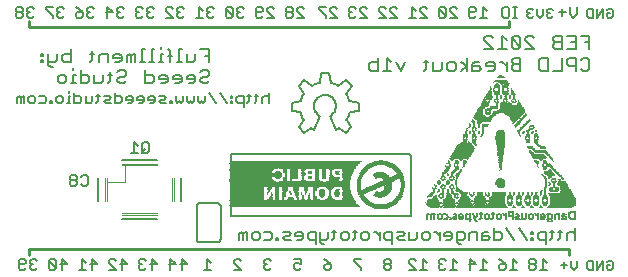
<source format=gbo>
G75*
G70*
%OFA0B0*%
%FSLAX24Y24*%
%IPPOS*%
%LPD*%
%AMOC8*
5,1,8,0,0,1.08239X$1,22.5*
%
%ADD10C,0.0050*%
%ADD11C,0.0100*%
%ADD12C,0.0060*%
%ADD13C,0.0025*%
%ADD14R,0.0150X0.0010*%
%ADD15R,0.0070X0.0010*%
%ADD16R,0.0160X0.0010*%
%ADD17R,0.0080X0.0010*%
%ADD18R,0.0170X0.0010*%
%ADD19R,0.0090X0.0010*%
%ADD20R,0.0040X0.0010*%
%ADD21R,0.0100X0.0010*%
%ADD22R,0.0010X0.0010*%
%ADD23R,0.0060X0.0010*%
%ADD24R,0.0130X0.0010*%
%ADD25R,0.0050X0.0010*%
%ADD26R,0.0110X0.0010*%
%ADD27R,0.0140X0.0010*%
%ADD28R,0.0120X0.0010*%
%ADD29R,0.0190X0.0010*%
%ADD30R,0.0180X0.0010*%
%ADD31R,0.0210X0.0010*%
%ADD32R,0.0220X0.0010*%
%ADD33R,0.0200X0.0010*%
%ADD34R,0.0030X0.0010*%
%ADD35R,0.0020X0.0010*%
%ADD36R,0.0310X0.0010*%
%ADD37R,0.0780X0.0010*%
%ADD38R,0.1640X0.0010*%
%ADD39R,0.0380X0.0010*%
%ADD40R,0.0260X0.0010*%
%ADD41R,0.0800X0.0010*%
%ADD42R,0.1610X0.0010*%
%ADD43R,0.0360X0.0010*%
%ADD44R,0.0290X0.0010*%
%ADD45R,0.0820X0.0010*%
%ADD46R,0.1590X0.0010*%
%ADD47R,0.0340X0.0010*%
%ADD48R,0.0840X0.0010*%
%ADD49R,0.1570X0.0010*%
%ADD50R,0.0330X0.0010*%
%ADD51R,0.0320X0.0010*%
%ADD52R,0.1550X0.0010*%
%ADD53R,0.0300X0.0010*%
%ADD54R,0.0850X0.0010*%
%ADD55R,0.1080X0.0010*%
%ADD56R,0.0520X0.0010*%
%ADD57R,0.0450X0.0010*%
%ADD58R,0.0420X0.0010*%
%ADD59R,0.0540X0.0010*%
%ADD60R,0.0410X0.0010*%
%ADD61R,0.0430X0.0010*%
%ADD62R,0.0860X0.0010*%
%ADD63R,0.0530X0.0010*%
%ADD64R,0.0390X0.0010*%
%ADD65R,0.0510X0.0010*%
%ADD66R,0.0400X0.0010*%
%ADD67R,0.0500X0.0010*%
%ADD68R,0.0480X0.0010*%
%ADD69R,0.0370X0.0010*%
%ADD70R,0.0440X0.0010*%
%ADD71R,0.0870X0.0010*%
%ADD72R,0.0350X0.0010*%
%ADD73R,0.0490X0.0010*%
%ADD74R,0.0230X0.0010*%
%ADD75R,0.0270X0.0010*%
%ADD76R,0.0240X0.0010*%
%ADD77R,0.0830X0.0010*%
%ADD78R,0.0280X0.0010*%
%ADD79R,0.0810X0.0010*%
%ADD80R,0.0470X0.0010*%
%ADD81R,0.0250X0.0010*%
%ADD82R,0.0460X0.0010*%
%ADD83R,0.0640X0.0010*%
%ADD84R,0.0630X0.0010*%
%ADD85R,0.0620X0.0010*%
%ADD86R,0.0610X0.0010*%
%ADD87R,0.0590X0.0010*%
%ADD88R,0.0580X0.0010*%
%ADD89R,0.0560X0.0010*%
%ADD90R,0.0550X0.0010*%
%ADD91R,0.0570X0.0010*%
%ADD92R,0.0650X0.0010*%
%ADD93R,0.0680X0.0010*%
%ADD94R,0.0720X0.0010*%
%ADD95R,0.1060X0.0010*%
%ADD96R,0.1070X0.0010*%
%ADD97R,0.1050X0.0010*%
%ADD98R,0.0920X0.0010*%
%ADD99R,0.0890X0.0010*%
%ADD100R,0.0770X0.0010*%
%ADD101R,0.0760X0.0010*%
%ADD102R,0.0750X0.0010*%
%ADD103R,0.0740X0.0010*%
%ADD104R,0.0730X0.0010*%
%ADD105R,0.6045X0.0015*%
%ADD106R,0.6045X0.0015*%
%ADD107R,0.0045X0.0015*%
%ADD108R,0.0045X0.0015*%
%ADD109R,0.0165X0.0015*%
%ADD110R,0.0345X0.0015*%
%ADD111R,0.0465X0.0015*%
%ADD112R,0.0555X0.0015*%
%ADD113R,0.0630X0.0015*%
%ADD114R,0.0705X0.0015*%
%ADD115R,0.4335X0.0015*%
%ADD116R,0.0765X0.0015*%
%ADD117R,0.4320X0.0015*%
%ADD118R,0.0795X0.0015*%
%ADD119R,0.4305X0.0015*%
%ADD120R,0.0855X0.0015*%
%ADD121R,0.4290X0.0015*%
%ADD122R,0.0915X0.0015*%
%ADD123R,0.4275X0.0015*%
%ADD124R,0.0360X0.0015*%
%ADD125R,0.4260X0.0015*%
%ADD126R,0.0315X0.0015*%
%ADD127R,0.4245X0.0015*%
%ADD128R,0.0300X0.0015*%
%ADD129R,0.4230X0.0015*%
%ADD130R,0.0270X0.0015*%
%ADD131R,0.0255X0.0015*%
%ADD132R,0.4215X0.0015*%
%ADD133R,0.0240X0.0015*%
%ADD134R,0.4200X0.0015*%
%ADD135R,0.0225X0.0015*%
%ADD136R,0.4185X0.0015*%
%ADD137R,0.0210X0.0015*%
%ADD138R,0.4170X0.0015*%
%ADD139R,0.4155X0.0015*%
%ADD140R,0.0195X0.0015*%
%ADD141R,0.0405X0.0015*%
%ADD142R,0.0105X0.0015*%
%ADD143R,0.0060X0.0015*%
%ADD144R,0.0075X0.0015*%
%ADD145R,0.0180X0.0015*%
%ADD146R,0.1155X0.0015*%
%ADD147R,0.0390X0.0015*%
%ADD148R,0.0090X0.0015*%
%ADD149R,0.0150X0.0015*%
%ADD150R,0.0135X0.0015*%
%ADD151R,0.0375X0.0015*%
%ADD152R,0.0120X0.0015*%
%ADD153R,0.0330X0.0015*%
%ADD154R,0.0435X0.0015*%
%ADD155R,0.0030X0.0015*%
%ADD156R,0.0480X0.0015*%
%ADD157R,0.0495X0.0015*%
%ADD158R,0.0015X0.0015*%
%ADD159R,0.0285X0.0015*%
%ADD160R,0.0450X0.0015*%
%ADD161R,0.0525X0.0015*%
%ADD162R,0.0885X0.0015*%
%ADD163R,0.3015X0.0015*%
%ADD164R,0.4020X0.0015*%
%ADD165R,0.0600X0.0015*%
%ADD166R,0.0570X0.0015*%
%ADD167R,0.0825X0.0015*%
%ADD168R,0.1440X0.0015*%
%ADD169R,0.1545X0.0015*%
%ADD170R,0.1500X0.0015*%
%ADD171R,0.1485X0.0015*%
%ADD172R,0.1455X0.0015*%
%ADD173R,0.1425X0.0015*%
%ADD174R,0.0510X0.0015*%
%ADD175R,0.0720X0.0015*%
%ADD176R,0.1410X0.0015*%
%ADD177R,0.0750X0.0015*%
%ADD178R,0.0945X0.0015*%
%ADD179R,0.0420X0.0015*%
%ADD180R,0.1395X0.0015*%
%ADD181R,0.1710X0.0015*%
%ADD182R,0.1695X0.0015*%
%ADD183R,0.1515X0.0015*%
%ADD184R,0.2565X0.0015*%
%ADD185R,0.1575X0.0015*%
%ADD186R,0.4350X0.0015*%
%ADD187R,0.4365X0.0015*%
%ADD188R,0.4395X0.0015*%
%ADD189R,0.0060X0.0015*%
%ADD190R,0.5985X0.0015*%
%ADD191R,0.5955X0.0015*%
%ADD192R,0.5910X0.0015*%
%ADD193C,0.0080*%
D10*
X003344Y001845D02*
X003344Y002078D01*
X003402Y002137D01*
X003519Y002137D01*
X003578Y002078D01*
X003578Y002020D01*
X003519Y001961D01*
X003344Y001961D01*
X003344Y001845D02*
X003402Y001786D01*
X003519Y001786D01*
X003578Y001845D01*
X003712Y001845D02*
X003771Y001786D01*
X003888Y001786D01*
X003946Y001845D01*
X003829Y001961D02*
X003771Y001961D01*
X003712Y001903D01*
X003712Y001845D01*
X003771Y001961D02*
X003712Y002020D01*
X003712Y002078D01*
X003771Y002137D01*
X003888Y002137D01*
X003946Y002078D01*
X004344Y002078D02*
X004344Y001845D01*
X004402Y001786D01*
X004519Y001786D01*
X004578Y001845D01*
X004344Y002078D01*
X004402Y002137D01*
X004519Y002137D01*
X004578Y002078D01*
X004578Y001845D01*
X004712Y001961D02*
X004946Y001961D01*
X004771Y002137D01*
X004771Y001786D01*
X005344Y001786D02*
X005578Y001786D01*
X005461Y001786D02*
X005461Y002137D01*
X005578Y002020D01*
X005712Y001961D02*
X005946Y001961D01*
X005771Y002137D01*
X005771Y001786D01*
X006344Y001786D02*
X006578Y001786D01*
X006344Y002020D01*
X006344Y002078D01*
X006402Y002137D01*
X006519Y002137D01*
X006578Y002078D01*
X006712Y001961D02*
X006946Y001961D01*
X006771Y002137D01*
X006771Y001786D01*
X007344Y001845D02*
X007402Y001786D01*
X007519Y001786D01*
X007578Y001845D01*
X007461Y001961D02*
X007402Y001961D01*
X007344Y001903D01*
X007344Y001845D01*
X007402Y001961D02*
X007344Y002020D01*
X007344Y002078D01*
X007402Y002137D01*
X007519Y002137D01*
X007578Y002078D01*
X007712Y001961D02*
X007946Y001961D01*
X007771Y002137D01*
X007771Y001786D01*
X008344Y001961D02*
X008578Y001961D01*
X008402Y002137D01*
X008402Y001786D01*
X008771Y001786D02*
X008771Y002137D01*
X008946Y001961D01*
X008712Y001961D01*
X009512Y001786D02*
X009746Y001786D01*
X009629Y001786D02*
X009629Y002137D01*
X009746Y002020D01*
X010512Y002020D02*
X010512Y002078D01*
X010571Y002137D01*
X010688Y002137D01*
X010746Y002078D01*
X010512Y002020D02*
X010746Y001786D01*
X010512Y001786D01*
X011512Y001845D02*
X011571Y001786D01*
X011688Y001786D01*
X011746Y001845D01*
X011629Y001961D02*
X011571Y001961D01*
X011512Y001903D01*
X011512Y001845D01*
X011571Y001961D02*
X011512Y002020D01*
X011512Y002078D01*
X011571Y002137D01*
X011688Y002137D01*
X011746Y002078D01*
X012512Y002137D02*
X012746Y002137D01*
X012746Y001961D01*
X012629Y002020D01*
X012571Y002020D01*
X012512Y001961D01*
X012512Y001845D01*
X012571Y001786D01*
X012688Y001786D01*
X012746Y001845D01*
X013512Y001845D02*
X013571Y001786D01*
X013688Y001786D01*
X013746Y001845D01*
X013746Y001961D01*
X013571Y001961D01*
X013512Y001903D01*
X013512Y001845D01*
X013629Y002078D02*
X013746Y001961D01*
X013629Y002078D02*
X013512Y002137D01*
X013520Y002653D02*
X013453Y002653D01*
X013386Y002720D01*
X013386Y003053D01*
X013239Y003053D02*
X013039Y003053D01*
X012972Y002986D01*
X012972Y002853D01*
X013039Y002786D01*
X013239Y002786D01*
X013239Y002653D02*
X013239Y003053D01*
X013386Y002786D02*
X013587Y002786D01*
X013653Y002853D01*
X013653Y003053D01*
X013796Y003053D02*
X013930Y003053D01*
X013863Y003120D02*
X013863Y002853D01*
X013796Y002786D01*
X014077Y002853D02*
X014077Y002986D01*
X014144Y003053D01*
X014277Y003053D01*
X014344Y002986D01*
X014344Y002853D01*
X014277Y002786D01*
X014144Y002786D01*
X014077Y002853D01*
X014487Y002786D02*
X014553Y002853D01*
X014553Y003120D01*
X014620Y003053D02*
X014487Y003053D01*
X014768Y002986D02*
X014768Y002853D01*
X014834Y002786D01*
X014968Y002786D01*
X015034Y002853D01*
X015034Y002986D01*
X014968Y003053D01*
X014834Y003053D01*
X014768Y002986D01*
X015180Y003053D02*
X015246Y003053D01*
X015380Y002920D01*
X015380Y003053D02*
X015380Y002786D01*
X015527Y002853D02*
X015594Y002786D01*
X015794Y002786D01*
X015794Y002653D02*
X015794Y003053D01*
X015594Y003053D01*
X015527Y002986D01*
X015527Y002853D01*
X015941Y002853D02*
X016008Y002920D01*
X016142Y002920D01*
X016208Y002986D01*
X016142Y003053D01*
X015941Y003053D01*
X015941Y002853D02*
X016008Y002786D01*
X016208Y002786D01*
X016356Y002786D02*
X016356Y003053D01*
X016623Y003053D02*
X016623Y002853D01*
X016556Y002786D01*
X016356Y002786D01*
X016770Y002853D02*
X016770Y002986D01*
X016837Y003053D01*
X016970Y003053D01*
X017037Y002986D01*
X017037Y002853D01*
X016970Y002786D01*
X016837Y002786D01*
X016770Y002853D01*
X017182Y003053D02*
X017249Y003053D01*
X017382Y002920D01*
X017382Y003053D02*
X017382Y002786D01*
X017530Y002920D02*
X017797Y002920D01*
X017797Y002986D02*
X017797Y002853D01*
X017730Y002786D01*
X017596Y002786D01*
X017530Y002920D02*
X017530Y002986D01*
X017596Y003053D01*
X017730Y003053D01*
X017797Y002986D01*
X017944Y003053D02*
X018144Y003053D01*
X018211Y002986D01*
X018211Y002853D01*
X018144Y002786D01*
X017944Y002786D01*
X017944Y002720D02*
X017944Y003053D01*
X017944Y002720D02*
X018011Y002653D01*
X018078Y002653D01*
X018358Y002786D02*
X018358Y002986D01*
X018425Y003053D01*
X018625Y003053D01*
X018625Y002786D01*
X018773Y002786D02*
X018973Y002786D01*
X019040Y002853D01*
X018973Y002920D01*
X018773Y002920D01*
X018773Y002986D02*
X018773Y002786D01*
X018773Y002986D02*
X018839Y003053D01*
X018973Y003053D01*
X019187Y003053D02*
X019387Y003053D01*
X019454Y002986D01*
X019454Y002853D01*
X019387Y002786D01*
X019187Y002786D01*
X019187Y003187D01*
X019601Y003187D02*
X019868Y002786D01*
X020283Y002786D02*
X020016Y003187D01*
X020423Y003053D02*
X020423Y002986D01*
X020490Y002986D01*
X020490Y003053D01*
X020423Y003053D01*
X020423Y002853D02*
X020423Y002786D01*
X020490Y002786D01*
X020490Y002853D01*
X020423Y002853D01*
X020637Y002853D02*
X020704Y002786D01*
X020904Y002786D01*
X020904Y002653D02*
X020904Y003053D01*
X020704Y003053D01*
X020637Y002986D01*
X020637Y002853D01*
X021047Y002786D02*
X021114Y002853D01*
X021114Y003120D01*
X021180Y003053D02*
X021047Y003053D01*
X021323Y003053D02*
X021457Y003053D01*
X021390Y003120D02*
X021390Y002853D01*
X021323Y002786D01*
X021604Y002786D02*
X021604Y002986D01*
X021671Y003053D01*
X021804Y003053D01*
X021871Y002986D01*
X021871Y002786D02*
X021871Y003187D01*
X020829Y002137D02*
X020829Y001786D01*
X020946Y001786D02*
X020712Y001786D01*
X020578Y001845D02*
X020519Y001786D01*
X020402Y001786D01*
X020344Y001845D01*
X020344Y001903D01*
X020402Y001961D01*
X020519Y001961D01*
X020578Y002020D01*
X020578Y002078D01*
X020519Y002137D01*
X020402Y002137D01*
X020344Y002078D01*
X020344Y002020D01*
X020402Y001961D01*
X020519Y001961D02*
X020578Y001903D01*
X020578Y001845D01*
X020829Y002137D02*
X020946Y002020D01*
X021423Y001936D02*
X021624Y001936D01*
X021746Y001886D02*
X021846Y001786D01*
X021946Y001886D01*
X021946Y002086D01*
X021746Y002086D02*
X021746Y001886D01*
X021524Y001836D02*
X021524Y002036D01*
X022301Y002036D02*
X022301Y001836D01*
X022351Y001786D01*
X022501Y001786D01*
X022501Y002086D01*
X022351Y002086D01*
X022301Y002036D01*
X022623Y002086D02*
X022623Y001786D01*
X022824Y002086D01*
X022824Y001786D01*
X022946Y001836D02*
X022946Y001936D01*
X023046Y001936D01*
X023146Y001836D02*
X023096Y001786D01*
X022996Y001786D01*
X022946Y001836D01*
X023146Y001836D02*
X023146Y002036D01*
X023096Y002086D01*
X022996Y002086D01*
X022946Y002036D01*
X019946Y002020D02*
X019829Y002137D01*
X019829Y001786D01*
X019946Y001786D02*
X019712Y001786D01*
X019578Y001845D02*
X019519Y001786D01*
X019402Y001786D01*
X019344Y001845D01*
X019344Y001903D01*
X019402Y001961D01*
X019578Y001961D01*
X019578Y001845D01*
X019578Y001961D02*
X019461Y002078D01*
X019344Y002137D01*
X018946Y002020D02*
X018829Y002137D01*
X018829Y001786D01*
X018946Y001786D02*
X018712Y001786D01*
X018402Y001786D02*
X018402Y002137D01*
X018578Y001961D01*
X018344Y001961D01*
X017946Y002020D02*
X017829Y002137D01*
X017829Y001786D01*
X017946Y001786D02*
X017712Y001786D01*
X017578Y001845D02*
X017519Y001786D01*
X017402Y001786D01*
X017344Y001845D01*
X017344Y001903D01*
X017402Y001961D01*
X017461Y001961D01*
X017402Y001961D02*
X017344Y002020D01*
X017344Y002078D01*
X017402Y002137D01*
X017519Y002137D01*
X017578Y002078D01*
X016946Y002020D02*
X016829Y002137D01*
X016829Y001786D01*
X016946Y001786D02*
X016712Y001786D01*
X016578Y001786D02*
X016344Y002020D01*
X016344Y002078D01*
X016402Y002137D01*
X016519Y002137D01*
X016578Y002078D01*
X016578Y001786D02*
X016344Y001786D01*
X015746Y001845D02*
X015746Y001903D01*
X015688Y001961D01*
X015571Y001961D01*
X015512Y001903D01*
X015512Y001845D01*
X015571Y001786D01*
X015688Y001786D01*
X015746Y001845D01*
X015688Y001961D02*
X015746Y002020D01*
X015746Y002078D01*
X015688Y002137D01*
X015571Y002137D01*
X015512Y002078D01*
X015512Y002020D01*
X015571Y001961D01*
X014746Y001845D02*
X014746Y001786D01*
X014746Y001845D02*
X014512Y002078D01*
X014512Y002137D01*
X014746Y002137D01*
X012825Y002853D02*
X012758Y002786D01*
X012624Y002786D01*
X012558Y002920D02*
X012825Y002920D01*
X012825Y002986D02*
X012825Y002853D01*
X012825Y002986D02*
X012758Y003053D01*
X012624Y003053D01*
X012558Y002986D01*
X012558Y002920D01*
X012410Y002986D02*
X012344Y003053D01*
X012143Y003053D01*
X012210Y002920D02*
X012143Y002853D01*
X012210Y002786D01*
X012410Y002786D01*
X012344Y002920D02*
X012410Y002986D01*
X012344Y002920D02*
X012210Y002920D01*
X011996Y002853D02*
X011996Y002786D01*
X011929Y002786D01*
X011929Y002853D01*
X011996Y002853D01*
X011789Y002853D02*
X011722Y002786D01*
X011522Y002786D01*
X011374Y002853D02*
X011308Y002786D01*
X011174Y002786D01*
X011108Y002853D01*
X011108Y002986D01*
X011174Y003053D01*
X011308Y003053D01*
X011374Y002986D01*
X011374Y002853D01*
X011522Y003053D02*
X011722Y003053D01*
X011789Y002986D01*
X011789Y002853D01*
X010960Y002786D02*
X010960Y003053D01*
X010893Y003053D01*
X010827Y002986D01*
X010760Y003053D01*
X010693Y002986D01*
X010693Y002786D01*
X010827Y002786D02*
X010827Y002986D01*
X008749Y004083D02*
X008749Y004839D01*
X007961Y005446D02*
X006780Y005446D01*
X007081Y005686D02*
X007314Y005686D01*
X007197Y005686D02*
X007197Y006037D01*
X007314Y005920D01*
X007449Y005978D02*
X007449Y005745D01*
X007507Y005686D01*
X007624Y005686D01*
X007682Y005745D01*
X007682Y005978D01*
X007624Y006037D01*
X007507Y006037D01*
X007449Y005978D01*
X007566Y005803D02*
X007449Y005686D01*
X005993Y004839D02*
X005993Y004083D01*
X005588Y004586D02*
X005471Y004586D01*
X005412Y004645D01*
X005278Y004645D02*
X005278Y004703D01*
X005219Y004761D01*
X005102Y004761D01*
X005044Y004703D01*
X005044Y004645D01*
X005102Y004586D01*
X005219Y004586D01*
X005278Y004645D01*
X005219Y004761D02*
X005278Y004820D01*
X005278Y004878D01*
X005219Y004937D01*
X005102Y004937D01*
X005044Y004878D01*
X005044Y004820D01*
X005102Y004761D01*
X005412Y004878D02*
X005471Y004937D01*
X005588Y004937D01*
X005646Y004878D01*
X005646Y004645D01*
X005588Y004586D01*
X006780Y003477D02*
X007961Y003477D01*
X010837Y007220D02*
X010837Y007570D01*
X010661Y007570D01*
X010603Y007511D01*
X010603Y007395D01*
X010661Y007336D01*
X010837Y007336D01*
X010965Y007336D02*
X011024Y007395D01*
X011024Y007628D01*
X011082Y007570D02*
X010965Y007570D01*
X011211Y007570D02*
X011328Y007570D01*
X011269Y007628D02*
X011269Y007395D01*
X011211Y007336D01*
X011462Y007336D02*
X011462Y007511D01*
X011521Y007570D01*
X011638Y007570D01*
X011696Y007511D01*
X011696Y007336D02*
X011696Y007687D01*
X010468Y007570D02*
X010468Y007511D01*
X010410Y007511D01*
X010410Y007570D01*
X010468Y007570D01*
X010284Y007336D02*
X010051Y007687D01*
X009682Y007687D02*
X009916Y007336D01*
X009547Y007395D02*
X009489Y007336D01*
X009431Y007395D01*
X009372Y007336D01*
X009314Y007395D01*
X009314Y007570D01*
X009179Y007570D02*
X009179Y007395D01*
X009121Y007336D01*
X009062Y007395D01*
X009004Y007336D01*
X008946Y007395D01*
X008946Y007570D01*
X008811Y007570D02*
X008811Y007395D01*
X008753Y007336D01*
X008694Y007395D01*
X008636Y007336D01*
X008577Y007395D01*
X008577Y007570D01*
X008258Y007511D02*
X008200Y007570D01*
X008025Y007570D01*
X008083Y007453D02*
X008200Y007453D01*
X008258Y007511D01*
X008384Y007395D02*
X008384Y007336D01*
X008443Y007336D01*
X008443Y007395D01*
X008384Y007395D01*
X008258Y007336D02*
X008083Y007336D01*
X008025Y007395D01*
X008083Y007453D01*
X007890Y007453D02*
X007657Y007453D01*
X007657Y007511D01*
X007715Y007570D01*
X007832Y007570D01*
X007890Y007511D01*
X007890Y007395D01*
X007832Y007336D01*
X007715Y007336D01*
X007522Y007395D02*
X007522Y007511D01*
X007463Y007570D01*
X007347Y007570D01*
X007288Y007511D01*
X007288Y007453D01*
X007522Y007453D01*
X007522Y007395D02*
X007463Y007336D01*
X007347Y007336D01*
X007154Y007395D02*
X007154Y007511D01*
X007095Y007570D01*
X006978Y007570D01*
X006920Y007511D01*
X006920Y007453D01*
X007154Y007453D01*
X007154Y007395D02*
X007095Y007336D01*
X006978Y007336D01*
X006785Y007395D02*
X006785Y007511D01*
X006727Y007570D01*
X006552Y007570D01*
X006552Y007687D02*
X006552Y007336D01*
X006727Y007336D01*
X006785Y007395D01*
X006417Y007336D02*
X006242Y007336D01*
X006183Y007395D01*
X006242Y007453D01*
X006359Y007453D01*
X006417Y007511D01*
X006359Y007570D01*
X006183Y007570D01*
X006049Y007570D02*
X005932Y007570D01*
X005990Y007628D02*
X005990Y007395D01*
X005932Y007336D01*
X005803Y007395D02*
X005745Y007336D01*
X005570Y007336D01*
X005570Y007570D01*
X005435Y007511D02*
X005376Y007570D01*
X005201Y007570D01*
X005201Y007687D02*
X005201Y007336D01*
X005376Y007336D01*
X005435Y007395D01*
X005435Y007511D01*
X005066Y007570D02*
X005008Y007570D01*
X005008Y007336D01*
X005066Y007336D02*
X004950Y007336D01*
X004821Y007395D02*
X004763Y007336D01*
X004646Y007336D01*
X004587Y007395D01*
X004587Y007511D01*
X004646Y007570D01*
X004763Y007570D01*
X004821Y007511D01*
X004821Y007395D01*
X005008Y007687D02*
X005008Y007745D01*
X004453Y007395D02*
X004394Y007395D01*
X004394Y007336D01*
X004453Y007336D01*
X004453Y007395D01*
X004269Y007395D02*
X004269Y007511D01*
X004210Y007570D01*
X004035Y007570D01*
X003900Y007511D02*
X003842Y007570D01*
X003725Y007570D01*
X003667Y007511D01*
X003667Y007395D01*
X003725Y007336D01*
X003842Y007336D01*
X003900Y007395D01*
X003900Y007511D01*
X004035Y007336D02*
X004210Y007336D01*
X004269Y007395D01*
X003532Y007336D02*
X003532Y007570D01*
X003474Y007570D01*
X003415Y007511D01*
X003357Y007570D01*
X003298Y007511D01*
X003298Y007336D01*
X003415Y007336D02*
X003415Y007511D01*
X005803Y007570D02*
X005803Y007395D01*
X009547Y007395D02*
X009547Y007570D01*
X010410Y007395D02*
X010410Y007336D01*
X010468Y007336D01*
X010468Y007395D01*
X010410Y007395D01*
X010419Y010186D02*
X010478Y010245D01*
X010244Y010478D01*
X010244Y010245D01*
X010302Y010186D01*
X010419Y010186D01*
X010478Y010245D02*
X010478Y010478D01*
X010419Y010537D01*
X010302Y010537D01*
X010244Y010478D01*
X009846Y010478D02*
X009788Y010537D01*
X009671Y010537D01*
X009612Y010478D01*
X009612Y010420D01*
X009671Y010361D01*
X009612Y010303D01*
X009612Y010245D01*
X009671Y010186D01*
X009788Y010186D01*
X009846Y010245D01*
X009729Y010361D02*
X009671Y010361D01*
X009478Y010420D02*
X009361Y010537D01*
X009361Y010186D01*
X009478Y010186D02*
X009244Y010186D01*
X008846Y010245D02*
X008788Y010186D01*
X008671Y010186D01*
X008612Y010245D01*
X008612Y010303D01*
X008671Y010361D01*
X008729Y010361D01*
X008671Y010361D02*
X008612Y010420D01*
X008612Y010478D01*
X008671Y010537D01*
X008788Y010537D01*
X008846Y010478D01*
X008478Y010478D02*
X008419Y010537D01*
X008302Y010537D01*
X008244Y010478D01*
X008244Y010420D01*
X008478Y010186D01*
X008244Y010186D01*
X007846Y010245D02*
X007788Y010186D01*
X007671Y010186D01*
X007612Y010245D01*
X007612Y010303D01*
X007671Y010361D01*
X007729Y010361D01*
X007671Y010361D02*
X007612Y010420D01*
X007612Y010478D01*
X007671Y010537D01*
X007788Y010537D01*
X007846Y010478D01*
X007478Y010478D02*
X007419Y010537D01*
X007302Y010537D01*
X007244Y010478D01*
X007244Y010420D01*
X007302Y010361D01*
X007244Y010303D01*
X007244Y010245D01*
X007302Y010186D01*
X007419Y010186D01*
X007478Y010245D01*
X007361Y010361D02*
X007302Y010361D01*
X006846Y010245D02*
X006788Y010186D01*
X006671Y010186D01*
X006612Y010245D01*
X006612Y010303D01*
X006671Y010361D01*
X006729Y010361D01*
X006671Y010361D02*
X006612Y010420D01*
X006612Y010478D01*
X006671Y010537D01*
X006788Y010537D01*
X006846Y010478D01*
X006478Y010361D02*
X006244Y010361D01*
X006302Y010186D02*
X006302Y010537D01*
X006478Y010361D01*
X005846Y010245D02*
X005788Y010186D01*
X005671Y010186D01*
X005612Y010245D01*
X005612Y010303D01*
X005671Y010361D01*
X005729Y010361D01*
X005671Y010361D02*
X005612Y010420D01*
X005612Y010478D01*
X005671Y010537D01*
X005788Y010537D01*
X005846Y010478D01*
X005478Y010361D02*
X005478Y010245D01*
X005419Y010186D01*
X005302Y010186D01*
X005244Y010245D01*
X005244Y010303D01*
X005302Y010361D01*
X005478Y010361D01*
X005361Y010478D01*
X005244Y010537D01*
X004846Y010478D02*
X004788Y010537D01*
X004671Y010537D01*
X004612Y010478D01*
X004612Y010420D01*
X004671Y010361D01*
X004612Y010303D01*
X004612Y010245D01*
X004671Y010186D01*
X004788Y010186D01*
X004846Y010245D01*
X004729Y010361D02*
X004671Y010361D01*
X004478Y010245D02*
X004478Y010186D01*
X004478Y010245D02*
X004244Y010478D01*
X004244Y010537D01*
X004478Y010537D01*
X003846Y010478D02*
X003788Y010537D01*
X003671Y010537D01*
X003612Y010478D01*
X003612Y010420D01*
X003671Y010361D01*
X003612Y010303D01*
X003612Y010245D01*
X003671Y010186D01*
X003788Y010186D01*
X003846Y010245D01*
X003729Y010361D02*
X003671Y010361D01*
X003478Y010303D02*
X003419Y010361D01*
X003302Y010361D01*
X003244Y010303D01*
X003244Y010245D01*
X003302Y010186D01*
X003419Y010186D01*
X003478Y010245D01*
X003478Y010303D01*
X003419Y010361D02*
X003478Y010420D01*
X003478Y010478D01*
X003419Y010537D01*
X003302Y010537D01*
X003244Y010478D01*
X003244Y010420D01*
X003302Y010361D01*
X010612Y010303D02*
X010612Y010245D01*
X010671Y010186D01*
X010788Y010186D01*
X010846Y010245D01*
X010729Y010361D02*
X010671Y010361D01*
X010612Y010303D01*
X010671Y010361D02*
X010612Y010420D01*
X010612Y010478D01*
X010671Y010537D01*
X010788Y010537D01*
X010846Y010478D01*
X011244Y010478D02*
X011244Y010245D01*
X011302Y010186D01*
X011419Y010186D01*
X011478Y010245D01*
X011419Y010361D02*
X011244Y010361D01*
X011244Y010478D02*
X011302Y010537D01*
X011419Y010537D01*
X011478Y010478D01*
X011478Y010420D01*
X011419Y010361D01*
X011612Y010420D02*
X011612Y010478D01*
X011671Y010537D01*
X011788Y010537D01*
X011846Y010478D01*
X011612Y010420D02*
X011846Y010186D01*
X011612Y010186D01*
X012244Y010245D02*
X012302Y010186D01*
X012419Y010186D01*
X012478Y010245D01*
X012478Y010303D01*
X012419Y010361D01*
X012302Y010361D01*
X012244Y010303D01*
X012244Y010245D01*
X012302Y010361D02*
X012244Y010420D01*
X012244Y010478D01*
X012302Y010537D01*
X012419Y010537D01*
X012478Y010478D01*
X012478Y010420D01*
X012419Y010361D01*
X012612Y010420D02*
X012612Y010478D01*
X012671Y010537D01*
X012788Y010537D01*
X012846Y010478D01*
X012612Y010420D02*
X012846Y010186D01*
X012612Y010186D01*
X013344Y010478D02*
X013344Y010537D01*
X013578Y010537D01*
X013712Y010478D02*
X013771Y010537D01*
X013888Y010537D01*
X013946Y010478D01*
X013712Y010478D02*
X013712Y010420D01*
X013946Y010186D01*
X013712Y010186D01*
X013578Y010186D02*
X013578Y010245D01*
X013344Y010478D01*
X014344Y010478D02*
X014344Y010420D01*
X014402Y010361D01*
X014344Y010303D01*
X014344Y010245D01*
X014402Y010186D01*
X014519Y010186D01*
X014578Y010245D01*
X014712Y010186D02*
X014946Y010186D01*
X014712Y010420D01*
X014712Y010478D01*
X014771Y010537D01*
X014888Y010537D01*
X014946Y010478D01*
X014578Y010478D02*
X014519Y010537D01*
X014402Y010537D01*
X014344Y010478D01*
X014402Y010361D02*
X014461Y010361D01*
X015344Y010420D02*
X015344Y010478D01*
X015402Y010537D01*
X015519Y010537D01*
X015578Y010478D01*
X015712Y010478D02*
X015771Y010537D01*
X015888Y010537D01*
X015946Y010478D01*
X015712Y010478D02*
X015712Y010420D01*
X015946Y010186D01*
X015712Y010186D01*
X015578Y010186D02*
X015344Y010420D01*
X015344Y010186D02*
X015578Y010186D01*
X016344Y010186D02*
X016578Y010186D01*
X016461Y010186D02*
X016461Y010537D01*
X016578Y010420D01*
X016712Y010420D02*
X016712Y010478D01*
X016771Y010537D01*
X016888Y010537D01*
X016946Y010478D01*
X016712Y010420D02*
X016946Y010186D01*
X016712Y010186D01*
X017344Y010245D02*
X017344Y010478D01*
X017578Y010245D01*
X017519Y010186D01*
X017402Y010186D01*
X017344Y010245D01*
X017344Y010478D02*
X017402Y010537D01*
X017519Y010537D01*
X017578Y010478D01*
X017578Y010245D01*
X017712Y010186D02*
X017946Y010186D01*
X017712Y010420D01*
X017712Y010478D01*
X017771Y010537D01*
X017888Y010537D01*
X017946Y010478D01*
X018344Y010478D02*
X018344Y010245D01*
X018402Y010186D01*
X018519Y010186D01*
X018578Y010245D01*
X018519Y010361D02*
X018344Y010361D01*
X018344Y010478D02*
X018402Y010537D01*
X018519Y010537D01*
X018578Y010478D01*
X018578Y010420D01*
X018519Y010361D01*
X018829Y010186D02*
X018829Y010537D01*
X018946Y010420D01*
X018946Y010186D02*
X018712Y010186D01*
X019467Y010245D02*
X019525Y010186D01*
X019642Y010186D01*
X019700Y010245D01*
X019700Y010478D01*
X019642Y010537D01*
X019525Y010537D01*
X019467Y010478D01*
X019467Y010245D01*
X019467Y010478D01*
X019525Y010537D01*
X019642Y010537D01*
X019700Y010478D01*
X019700Y010245D01*
X019642Y010186D01*
X019525Y010186D01*
X019467Y010245D01*
X019829Y010186D02*
X019946Y010186D01*
X019829Y010186D01*
X019888Y010186D02*
X019888Y010537D01*
X019888Y010186D01*
X020301Y010236D02*
X020351Y010186D01*
X020451Y010186D01*
X020501Y010236D01*
X020623Y010286D02*
X020623Y010486D01*
X020501Y010436D02*
X020451Y010486D01*
X020351Y010486D01*
X020301Y010436D01*
X020301Y010386D01*
X020351Y010336D01*
X020301Y010286D01*
X020301Y010236D01*
X020351Y010336D02*
X020401Y010336D01*
X020623Y010286D02*
X020724Y010186D01*
X020824Y010286D01*
X020824Y010486D01*
X020946Y010436D02*
X020946Y010386D01*
X020996Y010336D01*
X020946Y010286D01*
X020946Y010236D01*
X020996Y010186D01*
X021096Y010186D01*
X021146Y010236D01*
X021046Y010336D02*
X020996Y010336D01*
X020946Y010436D02*
X020996Y010486D01*
X021096Y010486D01*
X021146Y010436D01*
X021344Y010361D02*
X021578Y010361D01*
X021712Y010303D02*
X021712Y010537D01*
X021946Y010537D02*
X021946Y010303D01*
X021829Y010186D01*
X021712Y010303D01*
X021461Y010245D02*
X021461Y010478D01*
X022301Y010436D02*
X022301Y010236D01*
X022351Y010186D01*
X022501Y010186D01*
X022501Y010486D01*
X022351Y010486D01*
X022301Y010436D01*
X022623Y010486D02*
X022623Y010186D01*
X022824Y010486D01*
X022824Y010186D01*
X022946Y010236D02*
X022946Y010336D01*
X023046Y010336D01*
X023146Y010236D02*
X023096Y010186D01*
X022996Y010186D01*
X022946Y010236D01*
X023146Y010236D02*
X023146Y010436D01*
X023096Y010486D01*
X022996Y010486D01*
X022946Y010436D01*
X019946Y010537D02*
X019829Y010537D01*
X019946Y010537D01*
D11*
X019671Y010061D02*
X019671Y009861D01*
X003671Y009861D01*
X003671Y010061D01*
X003671Y002461D02*
X021671Y002461D01*
X021671Y002261D01*
X003671Y002261D02*
X003671Y002461D01*
D12*
X009271Y002811D02*
X009271Y003911D01*
X009273Y003928D01*
X009277Y003945D01*
X009284Y003961D01*
X009294Y003975D01*
X009307Y003988D01*
X009321Y003998D01*
X009337Y004005D01*
X009354Y004009D01*
X009371Y004011D01*
X009971Y004011D01*
X009988Y004009D01*
X010005Y004005D01*
X010021Y003998D01*
X010035Y003988D01*
X010048Y003975D01*
X010058Y003961D01*
X010065Y003945D01*
X010069Y003928D01*
X010071Y003911D01*
X010071Y002811D01*
X010069Y002794D01*
X010065Y002777D01*
X010058Y002761D01*
X010048Y002747D01*
X010035Y002734D01*
X010021Y002724D01*
X010005Y002717D01*
X009988Y002713D01*
X009971Y002711D01*
X009371Y002711D01*
X009354Y002713D01*
X009337Y002717D01*
X009321Y002724D01*
X009307Y002734D01*
X009294Y002747D01*
X009284Y002761D01*
X009277Y002777D01*
X009273Y002794D01*
X009271Y002811D01*
X009157Y007991D02*
X009010Y007991D01*
X009157Y007991D02*
X009231Y008065D01*
X009231Y008211D01*
X009157Y008285D01*
X009010Y008285D01*
X008937Y008211D01*
X008937Y008138D01*
X009231Y008138D01*
X009397Y008138D02*
X009397Y008065D01*
X009471Y007991D01*
X009617Y007991D01*
X009691Y008065D01*
X009617Y008211D02*
X009471Y008211D01*
X009397Y008138D01*
X009397Y008358D02*
X009471Y008432D01*
X009617Y008432D01*
X009691Y008358D01*
X009691Y008285D01*
X009617Y008211D01*
X009691Y008691D02*
X009691Y009132D01*
X009397Y009132D01*
X009231Y008985D02*
X009231Y008765D01*
X009157Y008691D01*
X008937Y008691D01*
X008937Y008985D01*
X008770Y009132D02*
X008697Y009132D01*
X008697Y008691D01*
X008770Y008691D02*
X008623Y008691D01*
X008390Y008691D02*
X008390Y009058D01*
X008316Y009132D01*
X008156Y008985D02*
X008083Y008985D01*
X008083Y008691D01*
X008156Y008691D02*
X008010Y008691D01*
X007849Y008691D02*
X007703Y008691D01*
X007776Y008691D02*
X007776Y009132D01*
X007849Y009132D01*
X008083Y009132D02*
X008083Y009205D01*
X008316Y008911D02*
X008463Y008911D01*
X008550Y008285D02*
X008477Y008211D01*
X008477Y008138D01*
X008770Y008138D01*
X008770Y008065D02*
X008770Y008211D01*
X008697Y008285D01*
X008550Y008285D01*
X008310Y008211D02*
X008236Y008285D01*
X008090Y008285D01*
X008016Y008211D01*
X008016Y008138D01*
X008310Y008138D01*
X008310Y008065D02*
X008310Y008211D01*
X008310Y008065D02*
X008236Y007991D01*
X008090Y007991D01*
X007849Y008065D02*
X007849Y008211D01*
X007776Y008285D01*
X007556Y008285D01*
X007556Y008432D02*
X007556Y007991D01*
X007776Y007991D01*
X007849Y008065D01*
X008550Y007991D02*
X008697Y007991D01*
X008770Y008065D01*
X007543Y008691D02*
X007396Y008691D01*
X007469Y008691D02*
X007469Y009132D01*
X007543Y009132D01*
X007236Y008985D02*
X007162Y008985D01*
X007089Y008911D01*
X007016Y008985D01*
X006942Y008911D01*
X006942Y008691D01*
X007089Y008691D02*
X007089Y008911D01*
X007236Y008985D02*
X007236Y008691D01*
X006929Y008358D02*
X006855Y008432D01*
X006709Y008432D01*
X006635Y008358D01*
X006709Y008211D02*
X006635Y008138D01*
X006635Y008065D01*
X006709Y007991D01*
X006855Y007991D01*
X006929Y008065D01*
X006855Y008211D02*
X006709Y008211D01*
X006855Y008211D02*
X006929Y008285D01*
X006929Y008358D01*
X006468Y008285D02*
X006322Y008285D01*
X006395Y008358D02*
X006395Y008065D01*
X006322Y007991D01*
X006161Y008065D02*
X006088Y007991D01*
X005868Y007991D01*
X005868Y008285D01*
X005701Y008211D02*
X005628Y008285D01*
X005408Y008285D01*
X005408Y008432D02*
X005408Y007991D01*
X005628Y007991D01*
X005701Y008065D01*
X005701Y008211D01*
X005241Y008285D02*
X005167Y008285D01*
X005167Y007991D01*
X005094Y007991D02*
X005241Y007991D01*
X004934Y008065D02*
X004934Y008211D01*
X004861Y008285D01*
X004714Y008285D01*
X004640Y008211D01*
X004640Y008065D01*
X004714Y007991D01*
X004861Y007991D01*
X004934Y008065D01*
X005167Y008432D02*
X005167Y008505D01*
X005087Y008691D02*
X004867Y008691D01*
X004794Y008765D01*
X004794Y008911D01*
X004867Y008985D01*
X005087Y008985D01*
X005087Y009132D02*
X005087Y008691D01*
X004627Y008765D02*
X004627Y008985D01*
X004333Y008985D02*
X004333Y008618D01*
X004407Y008544D01*
X004480Y008544D01*
X004554Y008691D02*
X004333Y008691D01*
X004167Y008691D02*
X004167Y008765D01*
X004093Y008765D01*
X004093Y008691D01*
X004167Y008691D01*
X004167Y008911D02*
X004167Y008985D01*
X004093Y008985D01*
X004093Y008911D01*
X004167Y008911D01*
X004554Y008691D02*
X004627Y008765D01*
X005708Y008691D02*
X005781Y008765D01*
X005781Y009058D01*
X005855Y008985D02*
X005708Y008985D01*
X006021Y008911D02*
X006021Y008691D01*
X006021Y008911D02*
X006095Y008985D01*
X006315Y008985D01*
X006315Y008691D01*
X006482Y008838D02*
X006775Y008838D01*
X006775Y008765D02*
X006775Y008911D01*
X006702Y008985D01*
X006555Y008985D01*
X006482Y008911D01*
X006482Y008838D01*
X006555Y008691D02*
X006702Y008691D01*
X006775Y008765D01*
X006161Y008285D02*
X006161Y008065D01*
X009544Y008911D02*
X009691Y008911D01*
X015014Y008636D02*
X015014Y008490D01*
X015087Y008416D01*
X015307Y008416D01*
X015307Y008857D01*
X015307Y008710D02*
X015087Y008710D01*
X015014Y008636D01*
X015474Y008416D02*
X015767Y008416D01*
X015621Y008416D02*
X015621Y008857D01*
X015767Y008710D01*
X015934Y008710D02*
X016081Y008416D01*
X016228Y008710D01*
X016848Y008710D02*
X016995Y008710D01*
X016922Y008783D02*
X016922Y008490D01*
X016848Y008416D01*
X017162Y008416D02*
X017162Y008710D01*
X017455Y008710D02*
X017455Y008490D01*
X017382Y008416D01*
X017162Y008416D01*
X017622Y008490D02*
X017622Y008636D01*
X017696Y008710D01*
X017842Y008710D01*
X017916Y008636D01*
X017916Y008490D01*
X017842Y008416D01*
X017696Y008416D01*
X017622Y008490D01*
X018079Y008416D02*
X018299Y008563D01*
X018079Y008710D01*
X018299Y008857D02*
X018299Y008416D01*
X018466Y008416D02*
X018466Y008636D01*
X018540Y008710D01*
X018686Y008710D01*
X018686Y008563D02*
X018466Y008563D01*
X018466Y008416D02*
X018686Y008416D01*
X018760Y008490D01*
X018686Y008563D01*
X018927Y008563D02*
X019220Y008563D01*
X019220Y008490D02*
X019220Y008636D01*
X019147Y008710D01*
X019000Y008710D01*
X018927Y008636D01*
X018927Y008563D01*
X019000Y008416D02*
X019147Y008416D01*
X019220Y008490D01*
X019384Y008710D02*
X019457Y008710D01*
X019604Y008563D01*
X019604Y008416D02*
X019604Y008710D01*
X019771Y008710D02*
X019844Y008636D01*
X020064Y008636D01*
X020064Y008416D02*
X019844Y008416D01*
X019771Y008490D01*
X019771Y008563D01*
X019844Y008636D01*
X019771Y008710D02*
X019771Y008783D01*
X019844Y008857D01*
X020064Y008857D01*
X020064Y008416D01*
X020691Y008490D02*
X020691Y008783D01*
X020765Y008857D01*
X020985Y008857D01*
X020985Y008416D01*
X020765Y008416D01*
X020691Y008490D01*
X021152Y008416D02*
X021445Y008416D01*
X021445Y008857D01*
X021612Y008783D02*
X021612Y008636D01*
X021685Y008563D01*
X021906Y008563D01*
X021906Y008416D02*
X021906Y008857D01*
X021685Y008857D01*
X021612Y008783D01*
X022072Y008783D02*
X022146Y008857D01*
X022292Y008857D01*
X022366Y008783D01*
X022366Y008490D01*
X022292Y008416D01*
X022146Y008416D01*
X022072Y008490D01*
X021906Y009141D02*
X021612Y009141D01*
X021445Y009141D02*
X021225Y009141D01*
X021152Y009215D01*
X021152Y009288D01*
X021225Y009361D01*
X021445Y009361D01*
X021445Y009141D02*
X021445Y009582D01*
X021225Y009582D01*
X021152Y009508D01*
X021152Y009435D01*
X021225Y009361D01*
X021612Y009582D02*
X021906Y009582D01*
X021906Y009141D01*
X021906Y009361D02*
X021759Y009361D01*
X022072Y009582D02*
X022366Y009582D01*
X022366Y009141D01*
X022366Y009361D02*
X022219Y009361D01*
X020524Y009508D02*
X020451Y009582D01*
X020304Y009582D01*
X020231Y009508D01*
X020231Y009435D01*
X020524Y009141D01*
X020231Y009141D01*
X020064Y009215D02*
X019771Y009508D01*
X019771Y009215D01*
X019844Y009141D01*
X019991Y009141D01*
X020064Y009215D01*
X020064Y009508D01*
X019991Y009582D01*
X019844Y009582D01*
X019771Y009508D01*
X019604Y009435D02*
X019457Y009582D01*
X019457Y009141D01*
X019604Y009141D02*
X019310Y009141D01*
X019143Y009141D02*
X018850Y009435D01*
X018850Y009508D01*
X018923Y009582D01*
X019070Y009582D01*
X019143Y009508D01*
X019143Y009141D02*
X018850Y009141D01*
D13*
X008508Y004839D02*
X008508Y004083D01*
X008456Y004083D02*
X008456Y004839D01*
X007961Y005264D02*
X006871Y005264D01*
X006871Y004711D01*
X006286Y004711D01*
X006286Y004083D01*
X006234Y004083D02*
X006234Y004839D01*
X006286Y004839D02*
X006286Y004711D01*
X006780Y005264D02*
X006871Y005264D01*
X006780Y005299D02*
X007961Y005299D01*
X007961Y003658D02*
X006780Y003658D01*
X006780Y003624D02*
X007961Y003624D01*
D14*
X017211Y004151D03*
X017451Y004281D03*
X017461Y004291D03*
X017671Y004271D03*
X017981Y004421D03*
X017651Y004651D03*
X017351Y004651D03*
X017351Y004661D03*
X017351Y004671D03*
X017351Y004681D03*
X017941Y005151D03*
X017941Y005161D03*
X017941Y005171D03*
X017941Y005181D03*
X017941Y005191D03*
X017941Y005201D03*
X017941Y005311D03*
X017941Y005321D03*
X017941Y005331D03*
X017941Y005341D03*
X017941Y005351D03*
X017941Y005361D03*
X018091Y005461D03*
X018531Y006041D03*
X018531Y006051D03*
X018531Y006061D03*
X018531Y006071D03*
X018531Y006081D03*
X018531Y006091D03*
X018531Y006201D03*
X018531Y006211D03*
X018531Y006221D03*
X018531Y006231D03*
X018531Y006241D03*
X018241Y006241D03*
X018711Y006681D03*
X019091Y006861D03*
X019211Y006961D03*
X019851Y006721D03*
X020411Y006441D03*
X020421Y006451D03*
X020431Y006461D03*
X020311Y006241D03*
X020311Y006231D03*
X020311Y006051D03*
X020601Y006051D03*
X020601Y006041D03*
X020601Y006061D03*
X020601Y006071D03*
X020601Y006081D03*
X020601Y006091D03*
X020601Y006201D03*
X020601Y006211D03*
X020601Y006221D03*
X020601Y006231D03*
X020601Y006241D03*
X020751Y005461D03*
X021021Y005251D03*
X020901Y004211D03*
X020601Y004211D03*
X020311Y004211D03*
X020011Y004211D03*
X019721Y004211D03*
X020011Y003941D03*
X020011Y003931D03*
X020161Y003841D03*
X020421Y003611D03*
X020421Y003451D03*
X019961Y003461D03*
X019351Y003451D03*
X018951Y003611D03*
X018081Y003451D03*
X017581Y003461D03*
X017381Y003451D03*
X017381Y003611D03*
X019401Y004511D03*
X020601Y003941D03*
X020601Y003931D03*
X020751Y003841D03*
X021061Y003361D03*
X021531Y003601D03*
X021541Y003611D03*
X021831Y003711D03*
X019401Y005501D03*
X020021Y007271D03*
X019031Y007631D03*
X019271Y007931D03*
X019571Y007931D03*
X019421Y008221D03*
D15*
X019571Y007981D03*
X019571Y007971D03*
X019651Y007981D03*
X019631Y007831D03*
X019501Y007831D03*
X019501Y007711D03*
X019571Y007571D03*
X019571Y007561D03*
X019571Y007531D03*
X019571Y007521D03*
X019571Y007511D03*
X019571Y007501D03*
X019571Y007491D03*
X019421Y007491D03*
X019421Y007541D03*
X019421Y007551D03*
X019451Y007331D03*
X019571Y007321D03*
X019571Y007311D03*
X019571Y007301D03*
X019691Y007331D03*
X019711Y007551D03*
X019861Y007551D03*
X019861Y007541D03*
X019861Y007531D03*
X019861Y007521D03*
X019861Y007511D03*
X019861Y007501D03*
X019861Y007491D03*
X019861Y007481D03*
X019861Y007561D03*
X019861Y007571D03*
X019801Y007711D03*
X019341Y007711D03*
X019341Y007831D03*
X019211Y007831D03*
X019271Y007961D03*
X019071Y007761D03*
X018971Y007501D03*
X018971Y007491D03*
X018971Y007481D03*
X018971Y007321D03*
X018971Y007311D03*
X018971Y007301D03*
X018911Y007051D03*
X018911Y007011D03*
X018981Y006931D03*
X019041Y007011D03*
X019051Y007021D03*
X019051Y007031D03*
X019051Y007041D03*
X019041Y007051D03*
X018481Y006731D03*
X018531Y006651D03*
X018531Y006641D03*
X018531Y006631D03*
X018531Y006621D03*
X018531Y006611D03*
X018531Y006601D03*
X018531Y006591D03*
X018531Y006581D03*
X018531Y006571D03*
X018531Y006561D03*
X018531Y006551D03*
X018531Y006541D03*
X018531Y006531D03*
X018531Y006521D03*
X018531Y006511D03*
X018531Y006361D03*
X018531Y006351D03*
X018531Y006341D03*
X018531Y006331D03*
X018531Y006321D03*
X018531Y006311D03*
X018531Y006301D03*
X018531Y006291D03*
X018491Y006191D03*
X018281Y006191D03*
X018191Y006191D03*
X018241Y006291D03*
X018241Y006301D03*
X018241Y006311D03*
X018241Y006321D03*
X018391Y006581D03*
X018691Y006521D03*
X018831Y006521D03*
X018831Y006511D03*
X018831Y006501D03*
X018831Y006491D03*
X018831Y006481D03*
X018831Y006471D03*
X018831Y006461D03*
X018831Y006451D03*
X018831Y006441D03*
X018831Y006431D03*
X018831Y006421D03*
X018831Y006411D03*
X018831Y006401D03*
X018831Y006391D03*
X018831Y006381D03*
X018831Y006371D03*
X018831Y006361D03*
X018691Y006361D03*
X018691Y006351D03*
X018681Y006311D03*
X018831Y006531D03*
X018831Y006541D03*
X018581Y005931D03*
X018361Y006001D03*
X018361Y006011D03*
X018241Y005981D03*
X018241Y005971D03*
X018111Y006001D03*
X018111Y006011D03*
X017941Y005401D03*
X018091Y005081D03*
X018081Y005071D03*
X018071Y005051D03*
X018061Y005041D03*
X017791Y004941D03*
X017791Y004931D03*
X017791Y004921D03*
X017791Y004911D03*
X017791Y004901D03*
X017791Y004891D03*
X017651Y004921D03*
X017651Y004931D03*
X017971Y004881D03*
X017971Y004871D03*
X017911Y004691D03*
X017911Y004641D03*
X017791Y004591D03*
X017791Y004441D03*
X017791Y004431D03*
X017791Y004421D03*
X017791Y004411D03*
X017791Y004401D03*
X017791Y004391D03*
X017881Y004261D03*
X017971Y004471D03*
X017501Y004591D03*
X017501Y004741D03*
X017351Y004721D03*
X017351Y004611D03*
X017351Y004421D03*
X017201Y004421D03*
X017201Y004411D03*
X017201Y004401D03*
X017201Y004391D03*
X017201Y004381D03*
X017201Y004431D03*
X017201Y004441D03*
X017241Y004221D03*
X017421Y004001D03*
X017421Y003841D03*
X017441Y003581D03*
X017451Y003571D03*
X017451Y003561D03*
X017451Y003551D03*
X017451Y003511D03*
X017451Y003501D03*
X017451Y003491D03*
X017441Y003481D03*
X017321Y003481D03*
X017311Y003491D03*
X017311Y003501D03*
X017311Y003561D03*
X017311Y003571D03*
X017321Y003581D03*
X017201Y003571D03*
X017201Y003561D03*
X017201Y003551D03*
X017201Y003541D03*
X017201Y003531D03*
X017201Y003521D03*
X017201Y003511D03*
X017201Y003501D03*
X017201Y003491D03*
X017201Y003481D03*
X017201Y003471D03*
X017201Y003461D03*
X017201Y003451D03*
X017201Y003441D03*
X017111Y003631D03*
X016991Y003631D03*
X016961Y003581D03*
X017631Y003571D03*
X017641Y003551D03*
X017641Y003541D03*
X017641Y003531D03*
X017641Y003521D03*
X017641Y003511D03*
X017631Y003491D03*
X017741Y003481D03*
X017741Y003471D03*
X017741Y003461D03*
X017741Y003451D03*
X017841Y003471D03*
X017841Y003501D03*
X017921Y003591D03*
X018031Y003591D03*
X018151Y003511D03*
X018141Y003481D03*
X018251Y003501D03*
X018251Y003511D03*
X018251Y003521D03*
X018251Y003531D03*
X018251Y003541D03*
X018251Y003551D03*
X018251Y003561D03*
X018251Y003571D03*
X018261Y003581D03*
X018301Y003631D03*
X018391Y003571D03*
X018391Y003561D03*
X018391Y003551D03*
X018391Y003541D03*
X018391Y003531D03*
X018391Y003521D03*
X018391Y003511D03*
X018391Y003501D03*
X018391Y003491D03*
X018391Y003431D03*
X018391Y003421D03*
X018391Y003411D03*
X018391Y003401D03*
X018391Y003391D03*
X018391Y003381D03*
X018391Y003371D03*
X018391Y003361D03*
X018311Y003431D03*
X018511Y003561D03*
X018501Y003591D03*
X018501Y003601D03*
X018491Y003621D03*
X018491Y003631D03*
X018621Y003601D03*
X018621Y003591D03*
X018611Y003571D03*
X018611Y003561D03*
X018601Y003541D03*
X018631Y003611D03*
X018631Y003621D03*
X018761Y003491D03*
X018761Y003481D03*
X018731Y003431D03*
X018611Y003361D03*
X018571Y003411D03*
X018561Y003431D03*
X018561Y003441D03*
X018881Y003501D03*
X018881Y003511D03*
X018881Y003521D03*
X018881Y003541D03*
X018881Y003551D03*
X018881Y003561D03*
X018891Y003581D03*
X018891Y003491D03*
X018891Y003481D03*
X019021Y003491D03*
X019021Y003501D03*
X019021Y003561D03*
X019021Y003571D03*
X019011Y003581D03*
X019161Y003491D03*
X019281Y003491D03*
X019281Y003501D03*
X019291Y003481D03*
X019281Y003561D03*
X019281Y003571D03*
X019291Y003581D03*
X019411Y003581D03*
X019421Y003571D03*
X019421Y003561D03*
X019421Y003551D03*
X019421Y003521D03*
X019421Y003511D03*
X019421Y003501D03*
X019421Y003491D03*
X019411Y003481D03*
X019571Y003481D03*
X019571Y003471D03*
X019571Y003461D03*
X019571Y003451D03*
X019571Y003441D03*
X019571Y003491D03*
X019571Y003501D03*
X019571Y003511D03*
X019571Y003521D03*
X019571Y003531D03*
X019571Y003541D03*
X019571Y003551D03*
X019671Y003601D03*
X019671Y003611D03*
X019671Y003621D03*
X019671Y003631D03*
X019671Y003641D03*
X019671Y003651D03*
X019681Y003591D03*
X019811Y003591D03*
X019811Y003581D03*
X019811Y003601D03*
X019811Y003611D03*
X019811Y003621D03*
X019811Y003631D03*
X019811Y003641D03*
X019811Y003651D03*
X019811Y003661D03*
X019811Y003521D03*
X019811Y003511D03*
X019811Y003501D03*
X019811Y003491D03*
X019811Y003481D03*
X019811Y003471D03*
X019811Y003461D03*
X019811Y003451D03*
X019811Y003441D03*
X019811Y003431D03*
X019921Y003471D03*
X019921Y003501D03*
X020001Y003591D03*
X020111Y003591D03*
X020111Y003581D03*
X020111Y003571D03*
X020111Y003561D03*
X020111Y003551D03*
X020111Y003541D03*
X020111Y003531D03*
X020111Y003521D03*
X020111Y003511D03*
X020111Y003501D03*
X020111Y003491D03*
X020201Y003431D03*
X020241Y003491D03*
X020241Y003501D03*
X020241Y003511D03*
X020241Y003521D03*
X020241Y003531D03*
X020241Y003541D03*
X020241Y003551D03*
X020241Y003561D03*
X020241Y003571D03*
X020241Y003581D03*
X020241Y003591D03*
X020241Y003601D03*
X020241Y003611D03*
X020241Y003621D03*
X020351Y003571D03*
X020351Y003561D03*
X020351Y003551D03*
X020351Y003541D03*
X020351Y003531D03*
X020351Y003521D03*
X020351Y003511D03*
X020351Y003501D03*
X020351Y003491D03*
X020361Y003481D03*
X020361Y003581D03*
X020481Y003581D03*
X020491Y003571D03*
X020491Y003561D03*
X020501Y003531D03*
X020501Y003521D03*
X020491Y003501D03*
X020491Y003491D03*
X020481Y003481D03*
X020641Y003481D03*
X020641Y003471D03*
X020641Y003461D03*
X020641Y003451D03*
X020641Y003441D03*
X020641Y003491D03*
X020641Y003501D03*
X020641Y003511D03*
X020641Y003521D03*
X020641Y003531D03*
X020641Y003541D03*
X020641Y003551D03*
X020641Y003561D03*
X020861Y003591D03*
X020981Y003571D03*
X020981Y003561D03*
X020981Y003551D03*
X020981Y003541D03*
X020981Y003531D03*
X020981Y003521D03*
X020981Y003511D03*
X020981Y003501D03*
X020981Y003441D03*
X020981Y003431D03*
X020991Y003411D03*
X021111Y003491D03*
X021121Y003501D03*
X021121Y003511D03*
X021121Y003521D03*
X021121Y003531D03*
X021121Y003541D03*
X021121Y003551D03*
X021121Y003561D03*
X021111Y003581D03*
X021061Y003631D03*
X021231Y003571D03*
X021231Y003561D03*
X021271Y003631D03*
X021361Y003561D03*
X021361Y003551D03*
X021361Y003541D03*
X021361Y003531D03*
X021361Y003521D03*
X021361Y003511D03*
X021361Y003501D03*
X021361Y003491D03*
X021361Y003481D03*
X021361Y003471D03*
X021361Y003461D03*
X021361Y003451D03*
X021361Y003441D03*
X021361Y003431D03*
X021481Y003481D03*
X021561Y003431D03*
X021591Y003511D03*
X021691Y003531D03*
X021691Y003541D03*
X021691Y003551D03*
X021691Y003561D03*
X021691Y003571D03*
X021691Y003581D03*
X021691Y003591D03*
X021691Y003601D03*
X021691Y003611D03*
X021701Y003631D03*
X021701Y003521D03*
X021701Y003511D03*
X021871Y003511D03*
X021871Y003501D03*
X021871Y003491D03*
X021871Y003481D03*
X021871Y003521D03*
X021871Y003531D03*
X021871Y003541D03*
X021871Y003551D03*
X021871Y003561D03*
X021871Y003571D03*
X021871Y003581D03*
X021871Y003591D03*
X021871Y003601D03*
X021871Y003611D03*
X021871Y003621D03*
X021871Y003631D03*
X021871Y003641D03*
X021871Y003651D03*
X021871Y003661D03*
X021481Y003581D03*
X020901Y003901D03*
X020751Y003871D03*
X020601Y003901D03*
X020451Y003871D03*
X020161Y003871D03*
X019861Y003871D03*
X019771Y004131D03*
X019661Y004131D03*
X019721Y004251D03*
X019721Y004261D03*
X019721Y004271D03*
X019721Y004281D03*
X019721Y004291D03*
X019721Y004301D03*
X019721Y004311D03*
X019721Y004321D03*
X019861Y004271D03*
X020011Y004271D03*
X020011Y004261D03*
X020011Y004251D03*
X020011Y004281D03*
X020011Y004291D03*
X020011Y004301D03*
X020011Y004311D03*
X020011Y004321D03*
X020011Y004331D03*
X020161Y004271D03*
X020311Y004271D03*
X020311Y004261D03*
X020311Y004251D03*
X020311Y004281D03*
X020311Y004291D03*
X020311Y004301D03*
X020311Y004311D03*
X020311Y004321D03*
X020311Y004331D03*
X020361Y004131D03*
X020251Y004131D03*
X020071Y004131D03*
X020541Y004131D03*
X020601Y004251D03*
X020601Y004261D03*
X020601Y004271D03*
X020601Y004281D03*
X020601Y004291D03*
X020601Y004301D03*
X020601Y004311D03*
X020601Y004321D03*
X020601Y004331D03*
X020751Y004271D03*
X020841Y004131D03*
X021041Y004301D03*
X020901Y004501D03*
X020901Y004511D03*
X021041Y004651D03*
X021191Y004651D03*
X021191Y004641D03*
X021191Y004631D03*
X021191Y004621D03*
X021191Y004611D03*
X021191Y004601D03*
X021191Y004591D03*
X021191Y004581D03*
X021191Y004571D03*
X021191Y004561D03*
X021191Y004551D03*
X021191Y004541D03*
X021191Y004531D03*
X021191Y004661D03*
X021191Y004811D03*
X021041Y004831D03*
X020901Y004821D03*
X020901Y004811D03*
X020891Y004841D03*
X021041Y005081D03*
X021481Y004801D03*
X021491Y004791D03*
X021371Y004751D03*
X020601Y005401D03*
X021071Y005511D03*
X021081Y005501D03*
X020381Y005741D03*
X020351Y006191D03*
X020261Y006191D03*
X020311Y006291D03*
X020311Y006301D03*
X020311Y006311D03*
X020311Y006321D03*
X020311Y006331D03*
X020311Y006341D03*
X020311Y006351D03*
X020171Y006341D03*
X020161Y006321D03*
X020161Y006311D03*
X020021Y006361D03*
X019841Y006671D03*
X020451Y006581D03*
X020471Y006341D03*
X020461Y006321D03*
X020031Y007321D03*
X019401Y005191D03*
X019401Y005181D03*
X019401Y005171D03*
X018981Y004221D03*
X018461Y004221D03*
X018461Y004071D03*
X018461Y003921D03*
X018461Y003901D03*
X018971Y003901D03*
X018971Y003911D03*
X017941Y003851D03*
X017941Y003841D03*
X017941Y004001D03*
X020111Y003621D03*
X020111Y003611D03*
X020111Y003601D03*
D16*
X019866Y003841D03*
X019766Y003701D03*
X019766Y003541D03*
X019346Y003611D03*
X018956Y003451D03*
X018086Y003461D03*
X018086Y003601D03*
X017676Y004261D03*
X017446Y004271D03*
X017986Y004411D03*
X018086Y004361D03*
X017646Y004661D03*
X017646Y004671D03*
X017646Y005161D03*
X017646Y005171D03*
X017646Y005181D03*
X017646Y005191D03*
X017646Y005201D03*
X017796Y005461D03*
X018236Y006051D03*
X018236Y006061D03*
X018236Y006071D03*
X018236Y006081D03*
X018236Y006091D03*
X018236Y006201D03*
X018236Y006211D03*
X018236Y006221D03*
X018236Y006231D03*
X018976Y006961D03*
X018746Y007111D03*
X018746Y007121D03*
X018756Y007131D03*
X018736Y007101D03*
X018846Y007301D03*
X019036Y007621D03*
X019276Y007611D03*
X019566Y007611D03*
X020016Y007261D03*
X019856Y006731D03*
X020306Y006221D03*
X020306Y006211D03*
X020306Y006201D03*
X020306Y006091D03*
X020306Y006081D03*
X020306Y006071D03*
X020306Y006061D03*
X019406Y005561D03*
X019406Y005551D03*
X019406Y005541D03*
X019406Y005531D03*
X019406Y005521D03*
X019406Y005511D03*
X020896Y005351D03*
X020896Y005341D03*
X020896Y005331D03*
X020896Y005321D03*
X020896Y005311D03*
X020896Y005201D03*
X020896Y005191D03*
X020896Y005181D03*
X020896Y005171D03*
X020896Y005161D03*
X021026Y005241D03*
X021056Y004881D03*
X020896Y004201D03*
X020896Y004191D03*
X020896Y003951D03*
X020896Y003941D03*
X020606Y004201D03*
X020306Y004201D03*
X020306Y003951D03*
X020306Y003941D03*
X020456Y003841D03*
X020806Y003601D03*
X020806Y003461D03*
X020806Y003451D03*
X021056Y003371D03*
X021526Y003541D03*
X020016Y004201D03*
X019716Y004201D03*
X019716Y003951D03*
X019716Y003941D03*
D17*
X019686Y003661D03*
X019566Y003561D03*
X019996Y003561D03*
X020116Y003481D03*
X020236Y003481D03*
X020636Y003571D03*
X020806Y003631D03*
X020866Y003481D03*
X020986Y003491D03*
X020996Y003401D03*
X021106Y003481D03*
X021116Y003571D03*
X021236Y003581D03*
X021356Y003571D03*
X021486Y003591D03*
X021576Y003521D03*
X021586Y003471D03*
X021486Y003471D03*
X021706Y003501D03*
X021716Y003491D03*
X021696Y003621D03*
X021706Y003641D03*
X021716Y003651D03*
X020986Y003581D03*
X020896Y004241D03*
X020896Y004251D03*
X020896Y004261D03*
X020896Y004271D03*
X020896Y004281D03*
X020896Y004291D03*
X020896Y004301D03*
X020896Y004311D03*
X020896Y004321D03*
X020896Y004331D03*
X020896Y004341D03*
X020896Y004351D03*
X020896Y004361D03*
X020896Y004371D03*
X020896Y004381D03*
X020896Y004391D03*
X020896Y004401D03*
X020896Y004411D03*
X020896Y004421D03*
X020896Y004431D03*
X020896Y004441D03*
X020896Y004451D03*
X020896Y004461D03*
X020896Y004471D03*
X020896Y004481D03*
X020896Y004491D03*
X021046Y004591D03*
X021046Y004601D03*
X021046Y004611D03*
X021046Y004621D03*
X021046Y004631D03*
X021046Y004641D03*
X021196Y004521D03*
X021376Y004741D03*
X021466Y004821D03*
X021476Y004811D03*
X021456Y004831D03*
X020896Y005111D03*
X020896Y005401D03*
X020746Y005431D03*
X021046Y005541D03*
X021056Y005531D03*
X021066Y005521D03*
X020396Y005721D03*
X020386Y005731D03*
X019406Y005231D03*
X019406Y005221D03*
X019406Y005211D03*
X019406Y005201D03*
X019406Y004801D03*
X019716Y004241D03*
X019866Y004331D03*
X020156Y004331D03*
X020306Y004241D03*
X020456Y004271D03*
X020456Y004281D03*
X020456Y004331D03*
X018976Y004071D03*
X018976Y003931D03*
X018976Y003921D03*
X018456Y003911D03*
X018386Y003581D03*
X018386Y003481D03*
X018266Y003481D03*
X018256Y003491D03*
X018556Y003451D03*
X018586Y003401D03*
X018606Y003371D03*
X018906Y003471D03*
X018956Y003431D03*
X019006Y003471D03*
X019016Y003481D03*
X019126Y003431D03*
X019156Y003481D03*
X018886Y003571D03*
X017916Y003561D03*
X017636Y003501D03*
X017626Y003581D03*
X017326Y003471D03*
X017196Y003581D03*
X017076Y003571D03*
X017426Y003851D03*
X017426Y004151D03*
X017496Y004301D03*
X017496Y004311D03*
X017496Y004321D03*
X017496Y004331D03*
X017496Y004341D03*
X017496Y004351D03*
X017496Y004361D03*
X017496Y004371D03*
X017496Y004381D03*
X017496Y004391D03*
X017496Y004401D03*
X017496Y004411D03*
X017496Y004421D03*
X017496Y004431D03*
X017496Y004441D03*
X017646Y004421D03*
X017646Y004411D03*
X017646Y004401D03*
X017646Y004391D03*
X017646Y004381D03*
X017646Y004371D03*
X017646Y004361D03*
X017646Y004351D03*
X017796Y004381D03*
X017796Y004451D03*
X017976Y004451D03*
X017976Y004461D03*
X017646Y004611D03*
X017646Y004711D03*
X017796Y004741D03*
X017906Y004681D03*
X017906Y004671D03*
X017906Y004661D03*
X017906Y004651D03*
X017796Y004881D03*
X017796Y004951D03*
X017646Y004911D03*
X017496Y004911D03*
X017496Y004901D03*
X017496Y004891D03*
X017496Y004881D03*
X017496Y004921D03*
X017496Y004931D03*
X017496Y004941D03*
X018046Y005021D03*
X018056Y005031D03*
X018076Y005061D03*
X018086Y005431D03*
X018236Y005401D03*
X017796Y005431D03*
X017686Y005351D03*
X018236Y005991D03*
X018576Y005941D03*
X018686Y006321D03*
X018686Y006331D03*
X018686Y006341D03*
X018536Y006371D03*
X018386Y006341D03*
X018386Y006331D03*
X018386Y006321D03*
X018356Y006511D03*
X018386Y006561D03*
X018386Y006571D03*
X018526Y006661D03*
X018686Y006531D03*
X018916Y007001D03*
X018916Y007061D03*
X019036Y007061D03*
X019036Y007001D03*
X018976Y007331D03*
X018976Y007471D03*
X019096Y007471D03*
X018836Y007351D03*
X019426Y007501D03*
X019426Y007511D03*
X019426Y007521D03*
X019426Y007531D03*
X019566Y007541D03*
X019566Y007551D03*
X019566Y007481D03*
X019566Y007471D03*
X019566Y007331D03*
X019716Y007501D03*
X019716Y007541D03*
X019866Y007581D03*
X019866Y007471D03*
X019866Y007331D03*
X020026Y007311D03*
X019806Y007691D03*
X019806Y007701D03*
X019566Y007961D03*
X019446Y007971D03*
X019066Y007751D03*
X019066Y007741D03*
X020256Y006921D03*
X020366Y006731D03*
X019916Y006551D03*
X020166Y006331D03*
X020316Y006361D03*
X020466Y006331D03*
X017346Y004371D03*
X017196Y004371D03*
X017236Y004211D03*
X017946Y004151D03*
D18*
X017921Y004271D03*
X017911Y004281D03*
X017901Y004291D03*
X018011Y004391D03*
X018001Y004401D03*
X017681Y004251D03*
X017211Y004141D03*
X017381Y003601D03*
X017381Y003461D03*
X018341Y003441D03*
X018951Y003461D03*
X018951Y003601D03*
X019351Y003601D03*
X019351Y003461D03*
X019761Y003551D03*
X020011Y003951D03*
X020011Y003961D03*
X020011Y003971D03*
X020011Y004181D03*
X020011Y004191D03*
X019721Y004191D03*
X020311Y004191D03*
X020311Y003961D03*
X020601Y003961D03*
X020601Y003951D03*
X020601Y003971D03*
X020601Y003981D03*
X020601Y004171D03*
X020601Y004181D03*
X020601Y004191D03*
X020421Y003601D03*
X020421Y003461D03*
X021051Y003381D03*
X021531Y003451D03*
X021531Y003531D03*
X021821Y003441D03*
X019401Y004781D03*
X019401Y005571D03*
X019401Y005581D03*
X019401Y005591D03*
X018881Y006551D03*
X018721Y006691D03*
X018981Y006971D03*
X019221Y006971D03*
X018771Y007151D03*
X018761Y007141D03*
X018731Y007091D03*
X018731Y007081D03*
X018721Y007071D03*
X018721Y007061D03*
X019031Y007601D03*
X019031Y007611D03*
X019271Y007621D03*
X019571Y007621D03*
X019571Y007921D03*
X019271Y007921D03*
X019421Y008211D03*
X021031Y005041D03*
D19*
X021041Y005071D03*
X021191Y004801D03*
X021191Y004671D03*
X021381Y004731D03*
X021451Y004841D03*
X021441Y004851D03*
X020751Y004371D03*
X020751Y004361D03*
X020751Y004351D03*
X020751Y004341D03*
X020751Y004331D03*
X020751Y004321D03*
X020751Y004311D03*
X020751Y004301D03*
X020751Y004291D03*
X020751Y004281D03*
X020601Y004241D03*
X020451Y004291D03*
X020451Y004301D03*
X020451Y004311D03*
X020451Y004321D03*
X020161Y004321D03*
X020161Y004311D03*
X020161Y004301D03*
X020161Y004291D03*
X020161Y004281D03*
X020011Y004241D03*
X019861Y004281D03*
X019861Y004291D03*
X019861Y004301D03*
X019861Y004311D03*
X019861Y004321D03*
X019861Y003861D03*
X020161Y003861D03*
X019951Y003631D03*
X019691Y003581D03*
X019561Y003571D03*
X019401Y003591D03*
X019351Y003631D03*
X019301Y003591D03*
X019301Y003471D03*
X019351Y003431D03*
X019401Y003471D03*
X019131Y003441D03*
X018951Y003631D03*
X018731Y003441D03*
X018601Y003381D03*
X018561Y003461D03*
X018561Y003471D03*
X018081Y003631D03*
X017871Y003631D03*
X017621Y003481D03*
X017431Y003471D03*
X017381Y003431D03*
X017381Y003631D03*
X017071Y003581D03*
X016991Y003621D03*
X017421Y003861D03*
X017421Y003991D03*
X017231Y004201D03*
X017191Y004361D03*
X017201Y004451D03*
X017351Y004411D03*
X017351Y004401D03*
X017351Y004391D03*
X017351Y004381D03*
X017501Y004451D03*
X017501Y004581D03*
X017351Y004621D03*
X017351Y004711D03*
X017501Y004751D03*
X017791Y004581D03*
X017801Y004371D03*
X017811Y004351D03*
X017651Y004341D03*
X017651Y004331D03*
X017941Y004161D03*
X017941Y003991D03*
X017941Y003861D03*
X018461Y003931D03*
X018461Y004061D03*
X018461Y004231D03*
X017971Y004891D03*
X018021Y004991D03*
X018031Y005001D03*
X018041Y005011D03*
X017941Y005111D03*
X017931Y005101D03*
X017801Y004961D03*
X017641Y005111D03*
X017501Y004951D03*
X017681Y005331D03*
X017681Y005341D03*
X018111Y005991D03*
X018241Y006001D03*
X018361Y005991D03*
X018541Y005991D03*
X018531Y006281D03*
X018241Y006281D03*
X018361Y006521D03*
X018371Y006531D03*
X018381Y006541D03*
X018381Y006551D03*
X018531Y006501D03*
X018681Y006541D03*
X018681Y006551D03*
X018681Y006561D03*
X018681Y006571D03*
X018681Y006581D03*
X018681Y006591D03*
X018681Y006601D03*
X018681Y006611D03*
X018681Y006621D03*
X018521Y006671D03*
X018481Y006721D03*
X019271Y007231D03*
X019271Y007241D03*
X019271Y007251D03*
X019271Y007261D03*
X019271Y007271D03*
X019271Y007281D03*
X019271Y007291D03*
X019271Y007301D03*
X019271Y007311D03*
X019271Y007321D03*
X019271Y007331D03*
X019271Y007461D03*
X019271Y007471D03*
X019271Y007481D03*
X019271Y007491D03*
X019271Y007501D03*
X019271Y007511D03*
X019271Y007521D03*
X019271Y007531D03*
X019271Y007541D03*
X019271Y007551D03*
X019271Y007561D03*
X019271Y007571D03*
X019271Y007581D03*
X019221Y007701D03*
X019061Y007721D03*
X019061Y007731D03*
X018891Y007431D03*
X018881Y007411D03*
X018841Y007341D03*
X019571Y007461D03*
X019571Y007581D03*
X019621Y007701D03*
X019811Y007681D03*
X019811Y007671D03*
X019711Y007531D03*
X019711Y007521D03*
X019711Y007511D03*
X019861Y007461D03*
X019691Y007321D03*
X020251Y006911D03*
X020361Y006721D03*
X020451Y006571D03*
X020321Y006371D03*
X020311Y006281D03*
X020601Y006281D03*
X020601Y006001D03*
X020611Y005991D03*
X020311Y006001D03*
X020401Y005711D03*
X020411Y005701D03*
X020421Y005691D03*
X020631Y005321D03*
X020631Y005311D03*
X021031Y005561D03*
X021041Y005551D03*
X020021Y006371D03*
X019841Y006681D03*
X019401Y005261D03*
X019401Y005251D03*
X019401Y005241D03*
X020751Y003861D03*
X020421Y003631D03*
X020471Y003471D03*
X020421Y003431D03*
X020371Y003471D03*
X020201Y003441D03*
X020991Y003481D03*
X021071Y003441D03*
X021001Y003391D03*
X021271Y003621D03*
X021351Y003581D03*
X021561Y003441D03*
X021731Y003481D03*
D20*
X021586Y003591D03*
X021106Y003391D03*
X020976Y003631D03*
X020566Y003631D03*
X020526Y004041D03*
X020526Y004051D03*
X020526Y004091D03*
X020526Y004101D03*
X020666Y004111D03*
X020666Y004031D03*
X020826Y004041D03*
X020826Y004101D03*
X020826Y004111D03*
X020966Y004111D03*
X020966Y004041D03*
X020966Y004031D03*
X021026Y004311D03*
X020916Y004581D03*
X020916Y004591D03*
X020916Y004601D03*
X020916Y004611D03*
X020916Y004621D03*
X020916Y004631D03*
X020916Y004671D03*
X020916Y004681D03*
X020916Y004691D03*
X020916Y004701D03*
X020916Y004711D03*
X020916Y004721D03*
X020916Y004731D03*
X021026Y004801D03*
X021136Y004771D03*
X021146Y004781D03*
X021136Y004711D03*
X021246Y004701D03*
X021236Y004781D03*
X021366Y004771D03*
X020866Y004871D03*
X020856Y004881D03*
X020896Y005101D03*
X020836Y005221D03*
X020836Y005231D03*
X020836Y005281D03*
X020746Y005411D03*
X020656Y005291D03*
X021126Y005441D03*
X021136Y005431D03*
X020656Y006111D03*
X020656Y006181D03*
X020546Y006181D03*
X020546Y006111D03*
X020366Y006111D03*
X020366Y006171D03*
X020246Y006171D03*
X020246Y006161D03*
X020246Y006121D03*
X020246Y006111D03*
X020066Y006251D03*
X020026Y006321D03*
X020026Y006331D03*
X020176Y006361D03*
X020396Y006481D03*
X020396Y006541D03*
X020406Y006551D03*
X020496Y006471D03*
X020516Y006491D03*
X020576Y006401D03*
X020576Y006391D03*
X020586Y006371D03*
X020476Y006361D03*
X019836Y006651D03*
X018976Y007131D03*
X019026Y007361D03*
X019036Y007371D03*
X019036Y007431D03*
X019026Y007441D03*
X019096Y007451D03*
X019216Y007431D03*
X019226Y007441D03*
X019216Y007371D03*
X019326Y007361D03*
X019316Y007441D03*
X019526Y007441D03*
X019516Y007361D03*
X019616Y007361D03*
X019626Y007371D03*
X019626Y007431D03*
X019616Y007441D03*
X019716Y007561D03*
X019816Y007441D03*
X019806Y007431D03*
X019806Y007371D03*
X019816Y007361D03*
X019916Y007361D03*
X020026Y007351D03*
X020026Y007341D03*
X019786Y007731D03*
X019786Y007741D03*
X019646Y007741D03*
X019646Y007731D03*
X019646Y007801D03*
X019646Y007811D03*
X019676Y007961D03*
X019666Y007971D03*
X019486Y007801D03*
X019486Y007791D03*
X019486Y007781D03*
X019486Y007771D03*
X019486Y007761D03*
X019486Y007751D03*
X019486Y007741D03*
X019356Y007741D03*
X019356Y007751D03*
X019356Y007761D03*
X019356Y007771D03*
X019356Y007781D03*
X019356Y007791D03*
X019356Y007801D03*
X019196Y007801D03*
X019196Y007811D03*
X019196Y007741D03*
X019196Y007731D03*
X019086Y007811D03*
X019086Y007821D03*
X019216Y008031D03*
X018906Y007501D03*
X018896Y007491D03*
X018926Y007441D03*
X018926Y007361D03*
X018476Y006751D03*
X018486Y006481D03*
X018476Y006471D03*
X018476Y006411D03*
X018496Y006391D03*
X018586Y006401D03*
X018576Y006481D03*
X018696Y006501D03*
X018816Y006321D03*
X018816Y006311D03*
X018786Y006271D03*
X018786Y006261D03*
X018776Y006251D03*
X018776Y006241D03*
X018586Y006181D03*
X018586Y006101D03*
X018476Y006111D03*
X018476Y006171D03*
X018386Y006291D03*
X018386Y006301D03*
X018386Y006361D03*
X018296Y006411D03*
X018276Y006391D03*
X018256Y006371D03*
X018356Y006491D03*
X018296Y006171D03*
X018296Y006111D03*
X018176Y006111D03*
X018176Y006121D03*
X018176Y006161D03*
X018176Y006171D03*
X018586Y005911D03*
X018326Y005461D03*
X018176Y005281D03*
X018176Y005231D03*
X018176Y005221D03*
X018176Y005211D03*
X018176Y005201D03*
X018086Y005101D03*
X017996Y005221D03*
X017996Y005291D03*
X017886Y005291D03*
X017886Y005221D03*
X017706Y005221D03*
X017706Y005231D03*
X017706Y005281D03*
X017686Y005381D03*
X017796Y005411D03*
X017586Y005221D03*
X017646Y004891D03*
X017736Y004841D03*
X017746Y004851D03*
X017756Y004861D03*
X017736Y004781D03*
X017746Y004771D03*
X017646Y004731D03*
X017556Y004781D03*
X017546Y004771D03*
X017556Y004841D03*
X017536Y004861D03*
X017446Y004851D03*
X017456Y004771D03*
X017846Y004851D03*
X017956Y004821D03*
X017956Y004811D03*
X017956Y004801D03*
X017936Y004731D03*
X017926Y004611D03*
X017956Y004521D03*
X017956Y004511D03*
X017846Y004481D03*
X017836Y004471D03*
X017756Y004471D03*
X017736Y004491D03*
X017736Y004551D03*
X017836Y004561D03*
X017556Y004551D03*
X017556Y004481D03*
X017456Y004471D03*
X017446Y004481D03*
X017446Y004551D03*
X017456Y004561D03*
X017256Y004551D03*
X017246Y004561D03*
X017256Y004481D03*
X017166Y004471D03*
X017336Y004361D03*
X017376Y004261D03*
X017366Y004251D03*
X017366Y004191D03*
X017376Y004181D03*
X017476Y004181D03*
X017486Y004191D03*
X017486Y004201D03*
X017486Y004251D03*
X017256Y004251D03*
X017466Y003971D03*
X017466Y003881D03*
X017896Y003971D03*
X017986Y003971D03*
X017986Y003881D03*
X017986Y004181D03*
X017996Y004261D03*
X017896Y004181D03*
X017886Y004191D03*
X018406Y004261D03*
X018416Y004251D03*
X018516Y004261D03*
X018516Y004331D03*
X018506Y004041D03*
X018416Y004041D03*
X018406Y003961D03*
X018756Y003681D03*
X018926Y003961D03*
X018926Y004041D03*
X019026Y004041D03*
X019036Y004261D03*
X019036Y004271D03*
X019036Y004321D03*
X018926Y004261D03*
X019646Y004111D03*
X019646Y004101D03*
X019646Y004041D03*
X019786Y004041D03*
X019786Y004031D03*
X019786Y004111D03*
X019946Y004111D03*
X019946Y004031D03*
X020086Y004041D03*
X020086Y004051D03*
X020086Y004101D03*
X020086Y004111D03*
X020236Y004111D03*
X020236Y004101D03*
X020236Y004041D03*
X020376Y004041D03*
X020376Y004031D03*
X020376Y004111D03*
X020616Y004341D03*
X019406Y005091D03*
X019406Y005101D03*
X019146Y003681D03*
X019496Y003631D03*
X019576Y003631D03*
X020016Y003471D03*
X018026Y003471D03*
X017936Y003471D03*
X017736Y003431D03*
X016946Y003971D03*
D21*
X017026Y004191D03*
X017036Y004201D03*
X017096Y004261D03*
X017106Y004271D03*
X017116Y004281D03*
X017126Y004291D03*
X017136Y004301D03*
X017146Y004311D03*
X017156Y004321D03*
X017166Y004331D03*
X017176Y004341D03*
X017186Y004351D03*
X017206Y004461D03*
X017226Y004191D03*
X017426Y004161D03*
X017656Y004311D03*
X017656Y004321D03*
X017806Y004361D03*
X017816Y004341D03*
X017826Y004331D03*
X017836Y004321D03*
X017846Y004311D03*
X017796Y004461D03*
X017976Y004441D03*
X017796Y004751D03*
X017796Y004871D03*
X017806Y004971D03*
X017816Y004981D03*
X017826Y004991D03*
X017836Y005001D03*
X017846Y005011D03*
X017856Y005021D03*
X017866Y005031D03*
X017876Y005041D03*
X017886Y005051D03*
X017896Y005061D03*
X017906Y005071D03*
X017916Y005081D03*
X017926Y005091D03*
X018016Y004981D03*
X018006Y004971D03*
X017646Y005121D03*
X017636Y005101D03*
X017626Y005091D03*
X017516Y004971D03*
X017506Y004961D03*
X017496Y004871D03*
X017646Y004701D03*
X017646Y004621D03*
X017676Y005311D03*
X017676Y005321D03*
X017796Y005441D03*
X017946Y005391D03*
X018086Y005441D03*
X018236Y005391D03*
X018206Y005321D03*
X018206Y005311D03*
X018116Y005981D03*
X018536Y006001D03*
X018546Y005981D03*
X018556Y005971D03*
X018566Y005961D03*
X018576Y005951D03*
X018536Y006381D03*
X018686Y006631D03*
X018686Y006641D03*
X018516Y006681D03*
X018506Y006691D03*
X018496Y006701D03*
X018486Y006711D03*
X019136Y006891D03*
X019276Y007341D03*
X019446Y007321D03*
X019566Y007341D03*
X019866Y007341D03*
X020026Y007301D03*
X019856Y007591D03*
X019846Y007601D03*
X019816Y007661D03*
X019516Y007701D03*
X019326Y007701D03*
X019056Y007701D03*
X019056Y007711D03*
X019096Y007481D03*
X018976Y007461D03*
X018886Y007421D03*
X018876Y007401D03*
X018876Y007391D03*
X018976Y007341D03*
X019846Y006691D03*
X019916Y006561D03*
X020026Y006681D03*
X020036Y006691D03*
X020046Y006701D03*
X020056Y006711D03*
X020066Y006721D03*
X020076Y006731D03*
X020086Y006741D03*
X020096Y006751D03*
X020106Y006761D03*
X020116Y006771D03*
X020126Y006781D03*
X020136Y006791D03*
X020146Y006801D03*
X020156Y006811D03*
X020166Y006821D03*
X020176Y006831D03*
X020186Y006841D03*
X020196Y006851D03*
X020206Y006861D03*
X020216Y006871D03*
X020226Y006881D03*
X020236Y006891D03*
X020246Y006901D03*
X020356Y006711D03*
X020346Y006701D03*
X020336Y006691D03*
X020326Y006681D03*
X020316Y006671D03*
X020306Y006661D03*
X020296Y006651D03*
X020286Y006641D03*
X020276Y006631D03*
X020266Y006621D03*
X020256Y006611D03*
X020246Y006601D03*
X020236Y006591D03*
X020226Y006581D03*
X020216Y006571D03*
X020206Y006561D03*
X020196Y006551D03*
X020186Y006541D03*
X020176Y006531D03*
X020166Y006521D03*
X020156Y006511D03*
X020146Y006501D03*
X020136Y006491D03*
X020126Y006481D03*
X020116Y006471D03*
X020106Y006461D03*
X020096Y006451D03*
X020086Y006441D03*
X020076Y006431D03*
X020066Y006421D03*
X020056Y006411D03*
X020046Y006401D03*
X020036Y006391D03*
X020026Y006381D03*
X020326Y006381D03*
X020336Y006391D03*
X020346Y006401D03*
X020356Y006411D03*
X020366Y006421D03*
X020376Y006431D03*
X020616Y005981D03*
X020626Y005971D03*
X020636Y005961D03*
X020646Y005951D03*
X020656Y005941D03*
X020666Y005931D03*
X020676Y005921D03*
X020686Y005911D03*
X020696Y005901D03*
X020706Y005891D03*
X020716Y005881D03*
X020556Y005741D03*
X020546Y005751D03*
X020536Y005761D03*
X020526Y005771D03*
X020516Y005781D03*
X020506Y005791D03*
X020496Y005801D03*
X020426Y005681D03*
X020436Y005671D03*
X020596Y005391D03*
X020626Y005341D03*
X020626Y005331D03*
X020746Y005441D03*
X020896Y005391D03*
X021026Y005571D03*
X021016Y005581D03*
X021006Y005591D03*
X020996Y005601D03*
X020986Y005611D03*
X020976Y005621D03*
X020966Y005631D03*
X020956Y005641D03*
X020946Y005651D03*
X021086Y005211D03*
X021096Y005201D03*
X021106Y005191D03*
X021116Y005181D03*
X021126Y005171D03*
X021136Y005161D03*
X021146Y005151D03*
X021156Y005141D03*
X021166Y005131D03*
X021176Y005121D03*
X021186Y005111D03*
X021196Y005101D03*
X021206Y005091D03*
X021216Y005081D03*
X021226Y005071D03*
X021236Y005061D03*
X021246Y005051D03*
X021256Y005041D03*
X021266Y005031D03*
X021276Y005021D03*
X021286Y005011D03*
X021296Y005001D03*
X021306Y004991D03*
X021316Y004981D03*
X021326Y004971D03*
X021336Y004961D03*
X021346Y004951D03*
X021356Y004941D03*
X021366Y004931D03*
X021376Y004921D03*
X021386Y004911D03*
X021396Y004901D03*
X021406Y004891D03*
X021416Y004881D03*
X021426Y004871D03*
X021436Y004861D03*
X021386Y004721D03*
X021046Y004841D03*
X020896Y005121D03*
X021296Y004451D03*
X021296Y004441D03*
X020896Y003911D03*
X020606Y003911D03*
X020456Y003861D03*
X020306Y003911D03*
X020016Y003911D03*
X019716Y003911D03*
X019986Y003551D03*
X019936Y003511D03*
X019976Y003431D03*
X019136Y003451D03*
X019136Y003461D03*
X019136Y003471D03*
X018736Y003451D03*
X018596Y003391D03*
X018556Y003481D03*
X018306Y003621D03*
X018126Y003471D03*
X017896Y003431D03*
X017856Y003511D03*
X017906Y003551D03*
X017556Y003631D03*
X017566Y003431D03*
X017116Y003621D03*
X018976Y003941D03*
X018976Y004061D03*
X018976Y004231D03*
X019406Y005271D03*
X019406Y005281D03*
X019406Y005291D03*
X019406Y005301D03*
X019406Y005311D03*
X019406Y005321D03*
X019406Y006411D03*
X019426Y008231D03*
X021726Y003661D03*
X021536Y003631D03*
X021066Y003621D03*
X020846Y003471D03*
X020796Y003431D03*
D22*
X021121Y003401D03*
X020021Y003481D03*
X019391Y004491D03*
X019401Y005071D03*
X018331Y005451D03*
X018091Y005401D03*
X017681Y005401D03*
X017621Y005301D03*
X017591Y005251D03*
X017591Y005241D03*
X018091Y005111D03*
X018161Y005161D03*
X017351Y004741D03*
X016971Y004181D03*
X016931Y004001D03*
X020671Y005181D03*
X020751Y005401D03*
X021041Y005291D03*
X021181Y005371D03*
X021191Y005361D03*
X020801Y004951D03*
X020811Y004941D03*
X020081Y006201D03*
X020081Y006211D03*
X019831Y006631D03*
X020261Y006961D03*
X020371Y006771D03*
X020011Y007401D03*
X019421Y007571D03*
X019771Y007811D03*
X019771Y007821D03*
X019101Y007861D03*
X019101Y007871D03*
X018861Y007441D03*
X018471Y006771D03*
X018301Y006481D03*
X018761Y006201D03*
X018761Y006191D03*
D23*
X018826Y006351D03*
X018696Y006371D03*
X018696Y006511D03*
X018396Y006591D03*
X018396Y006601D03*
X018356Y006501D03*
X018386Y006351D03*
X018386Y006311D03*
X018246Y006331D03*
X018246Y006341D03*
X018576Y006191D03*
X018366Y006021D03*
X018316Y005471D03*
X018086Y005421D03*
X018186Y005301D03*
X017986Y005301D03*
X017896Y005301D03*
X017796Y005421D03*
X017686Y005371D03*
X017686Y005361D03*
X017696Y005301D03*
X017696Y005211D03*
X017596Y005211D03*
X017656Y004941D03*
X017646Y004901D03*
X017966Y004861D03*
X017966Y004851D03*
X017926Y004711D03*
X017916Y004701D03*
X017916Y004631D03*
X017966Y004481D03*
X017646Y004431D03*
X017646Y004601D03*
X017646Y004721D03*
X017226Y004571D03*
X017246Y004231D03*
X017456Y004171D03*
X017486Y004261D03*
X017206Y003621D03*
X017306Y003551D03*
X017306Y003541D03*
X017306Y003531D03*
X017306Y003521D03*
X017306Y003511D03*
X017196Y003431D03*
X017076Y003431D03*
X017076Y003441D03*
X017076Y003451D03*
X017076Y003461D03*
X017076Y003471D03*
X017076Y003481D03*
X017076Y003491D03*
X017076Y003501D03*
X017076Y003511D03*
X017076Y003521D03*
X017076Y003531D03*
X017076Y003541D03*
X017076Y003551D03*
X017076Y003561D03*
X016956Y003561D03*
X016956Y003551D03*
X016956Y003541D03*
X016956Y003531D03*
X016956Y003521D03*
X016956Y003511D03*
X016956Y003501D03*
X016956Y003491D03*
X016956Y003481D03*
X016956Y003471D03*
X016956Y003461D03*
X016956Y003451D03*
X016956Y003441D03*
X016956Y003571D03*
X017456Y003541D03*
X017456Y003531D03*
X017456Y003521D03*
X017636Y003561D03*
X017736Y003491D03*
X017736Y003441D03*
X017836Y003481D03*
X017836Y003491D03*
X017926Y003571D03*
X017926Y003581D03*
X018016Y003561D03*
X018026Y003581D03*
X018136Y003591D03*
X018146Y003581D03*
X018146Y003571D03*
X018156Y003561D03*
X018156Y003501D03*
X018146Y003491D03*
X018506Y003571D03*
X018506Y003581D03*
X018516Y003551D03*
X018516Y003541D03*
X018516Y003531D03*
X018526Y003521D03*
X018526Y003511D03*
X018596Y003521D03*
X018596Y003531D03*
X018606Y003551D03*
X018616Y003581D03*
X018636Y003631D03*
X018766Y003641D03*
X018766Y003651D03*
X018766Y003661D03*
X018766Y003671D03*
X018766Y003581D03*
X018766Y003571D03*
X018766Y003561D03*
X018766Y003551D03*
X018766Y003541D03*
X018766Y003531D03*
X018766Y003521D03*
X018766Y003511D03*
X018766Y003501D03*
X018876Y003531D03*
X019026Y003531D03*
X019026Y003521D03*
X019026Y003511D03*
X019026Y003541D03*
X019026Y003551D03*
X019166Y003551D03*
X019166Y003541D03*
X019166Y003531D03*
X019166Y003521D03*
X019166Y003511D03*
X019166Y003501D03*
X019166Y003561D03*
X019166Y003571D03*
X019166Y003581D03*
X019166Y003641D03*
X019166Y003651D03*
X019166Y003661D03*
X019166Y003671D03*
X019276Y003551D03*
X019276Y003541D03*
X019276Y003531D03*
X019276Y003521D03*
X019276Y003511D03*
X019426Y003531D03*
X019426Y003541D03*
X019506Y003611D03*
X019506Y003621D03*
X019576Y003621D03*
X019576Y003611D03*
X019916Y003491D03*
X019916Y003481D03*
X020006Y003571D03*
X020006Y003581D03*
X020106Y003631D03*
X020106Y003441D03*
X020106Y003431D03*
X020496Y003511D03*
X020496Y003541D03*
X020496Y003551D03*
X020576Y003611D03*
X020576Y003621D03*
X020646Y003621D03*
X020646Y003611D03*
X020746Y003581D03*
X020746Y003571D03*
X020746Y003561D03*
X020756Y003591D03*
X020866Y003581D03*
X020876Y003571D03*
X020876Y003561D03*
X020876Y003511D03*
X020876Y003501D03*
X020876Y003491D03*
X020986Y003421D03*
X020976Y003621D03*
X021226Y003551D03*
X021226Y003541D03*
X021226Y003531D03*
X021226Y003521D03*
X021226Y003511D03*
X021226Y003501D03*
X021226Y003491D03*
X021226Y003481D03*
X021226Y003471D03*
X021226Y003461D03*
X021226Y003451D03*
X021226Y003441D03*
X021226Y003431D03*
X021366Y003611D03*
X021366Y003621D03*
X021476Y003571D03*
X021476Y003521D03*
X021476Y003511D03*
X021476Y003501D03*
X021476Y003491D03*
X021476Y003441D03*
X021466Y003431D03*
X021596Y003481D03*
X021596Y003491D03*
X021596Y003501D03*
X020956Y004021D03*
X020956Y004131D03*
X020836Y004021D03*
X020746Y003881D03*
X020536Y004021D03*
X020656Y004131D03*
X020766Y004381D03*
X020906Y004521D03*
X020906Y004531D03*
X021036Y004581D03*
X021036Y004661D03*
X021036Y004821D03*
X020906Y004801D03*
X020906Y004791D03*
X020906Y004781D03*
X020896Y004831D03*
X020886Y004851D03*
X020876Y004861D03*
X020846Y005211D03*
X020846Y005301D03*
X020946Y005301D03*
X020946Y005211D03*
X020746Y005421D03*
X020646Y005301D03*
X020526Y005471D03*
X021086Y005491D03*
X021096Y005481D03*
X021496Y004781D03*
X020246Y004021D03*
X020306Y003901D03*
X020076Y004021D03*
X020016Y003901D03*
X019866Y003881D03*
X019716Y003901D03*
X019776Y004021D03*
X019656Y004021D03*
X019956Y004131D03*
X019716Y004331D03*
X018496Y003611D03*
X018566Y003421D03*
X020646Y003431D03*
X019406Y005111D03*
X019406Y005121D03*
X019406Y005131D03*
X019406Y005141D03*
X019406Y005151D03*
X019406Y005161D03*
X020556Y006191D03*
X020646Y006191D03*
X020456Y006311D03*
X020476Y006351D03*
X020396Y006471D03*
X020176Y006351D03*
X020026Y006351D03*
X019916Y006541D03*
X020366Y006741D03*
X020256Y006931D03*
X019716Y007491D03*
X019636Y007711D03*
X019496Y007721D03*
X019496Y007821D03*
X019446Y007961D03*
X019346Y007821D03*
X019346Y007721D03*
X019206Y007711D03*
X019076Y007771D03*
X019076Y007781D03*
X019096Y007461D03*
X018836Y007361D03*
X018906Y007041D03*
X018906Y007031D03*
X018906Y007021D03*
X018476Y006741D03*
D24*
X018701Y006671D03*
X019111Y006871D03*
X019191Y006941D03*
X019201Y006951D03*
X019451Y007301D03*
X019091Y007501D03*
X019041Y007651D03*
X019041Y007661D03*
X018871Y007371D03*
X019271Y007941D03*
X019571Y007941D03*
X020021Y007281D03*
X019851Y006711D03*
X020311Y006261D03*
X020601Y006261D03*
X020601Y006021D03*
X020481Y005611D03*
X021001Y005281D03*
X021011Y005271D03*
X021041Y005051D03*
X021051Y004861D03*
X021191Y004691D03*
X021271Y004491D03*
X020601Y004221D03*
X020601Y003921D03*
X020311Y003921D03*
X020011Y003921D03*
X020011Y004221D03*
X019771Y003711D03*
X019961Y003611D03*
X019961Y003601D03*
X019971Y003441D03*
X020421Y003441D03*
X020421Y003621D03*
X020611Y003601D03*
X020611Y003591D03*
X020611Y003581D03*
X021541Y003621D03*
X021841Y003431D03*
X019541Y003581D03*
X019541Y003591D03*
X019541Y003601D03*
X019351Y003621D03*
X019351Y003441D03*
X019151Y003591D03*
X019151Y003601D03*
X019151Y003611D03*
X019151Y003621D03*
X019151Y003631D03*
X018951Y003621D03*
X017881Y003611D03*
X017891Y003441D03*
X017581Y003601D03*
X017571Y003611D03*
X017381Y003621D03*
X017381Y003441D03*
X017211Y004161D03*
X017071Y004251D03*
X017351Y004641D03*
X017351Y004691D03*
X017671Y004281D03*
X017981Y004431D03*
X017941Y005131D03*
X017941Y005141D03*
X017941Y005371D03*
X018121Y005971D03*
X018351Y005971D03*
X018531Y006021D03*
X018531Y006261D03*
X018241Y006261D03*
X019401Y005431D03*
X019401Y005421D03*
X019401Y005411D03*
X019401Y004791D03*
D25*
X019021Y004251D03*
X018931Y004251D03*
X018941Y003951D03*
X019011Y003951D03*
X019031Y003961D03*
X018511Y003961D03*
X018501Y003951D03*
X018421Y003951D03*
X018501Y004251D03*
X017971Y004171D03*
X017911Y004171D03*
X017881Y004251D03*
X017961Y004491D03*
X017961Y004501D03*
X017921Y004621D03*
X017931Y004721D03*
X017841Y004771D03*
X017831Y004861D03*
X017961Y004841D03*
X017961Y004831D03*
X017661Y004951D03*
X017461Y004861D03*
X017351Y004731D03*
X017351Y004601D03*
X017221Y004581D03*
X017241Y004471D03*
X017351Y004431D03*
X017541Y004471D03*
X017541Y004561D03*
X017751Y004561D03*
X017251Y004241D03*
X017391Y004171D03*
X017381Y003971D03*
X017381Y003881D03*
X017201Y003631D03*
X016951Y003431D03*
X017901Y003881D03*
X018021Y003571D03*
X018401Y003621D03*
X018401Y003631D03*
X018591Y003511D03*
X019571Y003431D03*
X020241Y003631D03*
X020161Y003881D03*
X020241Y004031D03*
X020241Y004121D03*
X020371Y004121D03*
X020371Y004021D03*
X020531Y004031D03*
X020531Y004111D03*
X020531Y004121D03*
X020661Y004121D03*
X020661Y004021D03*
X020831Y004031D03*
X020831Y004121D03*
X020961Y004121D03*
X020751Y004261D03*
X020771Y004391D03*
X020911Y004541D03*
X020911Y004551D03*
X020911Y004561D03*
X020911Y004571D03*
X021031Y004671D03*
X021141Y004701D03*
X021031Y004811D03*
X020911Y004771D03*
X020911Y004761D03*
X020911Y004751D03*
X020911Y004741D03*
X021371Y004761D03*
X021041Y005091D03*
X020951Y005291D03*
X020841Y005291D03*
X021121Y005451D03*
X021111Y005461D03*
X021101Y005471D03*
X020311Y005991D03*
X020361Y006101D03*
X020361Y006181D03*
X020251Y006181D03*
X020251Y006101D03*
X020161Y006301D03*
X020021Y006341D03*
X019911Y006531D03*
X019841Y006661D03*
X020261Y006941D03*
X020371Y006751D03*
X020421Y006561D03*
X020481Y006561D03*
X020581Y006381D03*
X020601Y006291D03*
X020451Y006301D03*
X020551Y006101D03*
X020651Y006101D03*
X018821Y006331D03*
X018821Y006341D03*
X018681Y006301D03*
X018571Y006391D03*
X018481Y006181D03*
X018481Y006101D03*
X018291Y006101D03*
X018291Y006181D03*
X018181Y006181D03*
X018181Y006101D03*
X018111Y006021D03*
X018251Y006351D03*
X018251Y006361D03*
X018261Y006381D03*
X018401Y006611D03*
X018401Y006621D03*
X018581Y005921D03*
X018091Y005411D03*
X018181Y005291D03*
X017991Y005211D03*
X017891Y005211D03*
X017701Y005291D03*
X018091Y005091D03*
X019651Y004121D03*
X019651Y004031D03*
X019781Y004121D03*
X019861Y004261D03*
X019951Y004121D03*
X019951Y004021D03*
X020081Y004031D03*
X020081Y004121D03*
X020161Y004261D03*
X020451Y004261D03*
X020451Y003881D03*
X020651Y003631D03*
X021361Y003631D03*
X020031Y007331D03*
X019901Y007351D03*
X019831Y007351D03*
X019691Y007341D03*
X019601Y007351D03*
X019531Y007351D03*
X019451Y007341D03*
X019311Y007351D03*
X019241Y007351D03*
X019421Y007481D03*
X019421Y007561D03*
X019491Y007731D03*
X019491Y007811D03*
X019351Y007811D03*
X019351Y007731D03*
X019201Y007721D03*
X019201Y007821D03*
X019081Y007801D03*
X019081Y007791D03*
X019451Y007951D03*
X019641Y007821D03*
X019641Y007721D03*
X019791Y007721D03*
X019721Y007481D03*
X019011Y007351D03*
X018941Y007351D03*
D26*
X018871Y007381D03*
X018841Y007331D03*
X019271Y007451D03*
X019051Y007691D03*
X019271Y007951D03*
X019571Y007951D03*
X019821Y007651D03*
X019821Y007641D03*
X019831Y007631D03*
X019831Y007621D03*
X019841Y007611D03*
X019861Y007451D03*
X019691Y007311D03*
X019571Y007451D03*
X020021Y007291D03*
X019181Y006931D03*
X019171Y006921D03*
X019161Y006911D03*
X019151Y006901D03*
X019121Y006881D03*
X018981Y006941D03*
X018691Y006651D03*
X018531Y006491D03*
X018531Y006271D03*
X018531Y006011D03*
X018361Y005981D03*
X018091Y005451D03*
X018211Y005331D03*
X017941Y005121D03*
X018001Y004961D03*
X017991Y004951D03*
X017961Y004901D03*
X017621Y005081D03*
X017611Y005071D03*
X017601Y005061D03*
X017591Y005051D03*
X017581Y005041D03*
X017571Y005031D03*
X017561Y005021D03*
X017551Y005011D03*
X017541Y005001D03*
X017531Y004991D03*
X017521Y004981D03*
X017501Y004761D03*
X017351Y004701D03*
X017351Y004631D03*
X017501Y004571D03*
X017501Y004461D03*
X017661Y004301D03*
X017861Y004301D03*
X017791Y004571D03*
X017221Y004181D03*
X017051Y004221D03*
X017041Y004211D03*
X017421Y003981D03*
X017421Y003871D03*
X016991Y003611D03*
X017871Y003521D03*
X017891Y003541D03*
X018071Y003431D03*
X018561Y003491D03*
X018741Y003471D03*
X018741Y003461D03*
X017941Y003871D03*
X017941Y003981D03*
X018461Y003941D03*
X018461Y004051D03*
X018461Y004241D03*
X019401Y004501D03*
X020011Y004231D03*
X020311Y004231D03*
X020601Y004231D03*
X021091Y004421D03*
X021091Y004431D03*
X021091Y004441D03*
X021091Y004451D03*
X021091Y004461D03*
X021101Y004471D03*
X021101Y004481D03*
X021101Y004411D03*
X021291Y004421D03*
X021291Y004431D03*
X021291Y004461D03*
X021291Y004471D03*
X021281Y004481D03*
X021191Y004681D03*
X021191Y004791D03*
X021051Y004851D03*
X021041Y005061D03*
X020621Y005351D03*
X020621Y005361D03*
X020611Y005371D03*
X020601Y005381D03*
X020451Y005651D03*
X020441Y005661D03*
X020311Y006011D03*
X020601Y006011D03*
X020601Y006271D03*
X020021Y006671D03*
X020011Y006661D03*
X020001Y006651D03*
X019991Y006641D03*
X019981Y006631D03*
X019971Y006621D03*
X019961Y006611D03*
X019951Y006601D03*
X019941Y006591D03*
X019931Y006581D03*
X019921Y006571D03*
X020931Y005661D03*
X019401Y005351D03*
X019401Y005341D03*
X019401Y005331D03*
X019861Y003851D03*
X019791Y003531D03*
X019971Y003541D03*
X021271Y003611D03*
X021501Y003561D03*
D27*
X021516Y003551D03*
X020806Y003611D03*
X020796Y003441D03*
X020896Y003931D03*
X020896Y004221D03*
X020306Y004221D03*
X020306Y003931D03*
X019716Y003931D03*
X019716Y004221D03*
X018756Y003621D03*
X018756Y003611D03*
X018756Y003601D03*
X018756Y003591D03*
X018086Y003611D03*
X018076Y003441D03*
X017886Y003451D03*
X017886Y003461D03*
X017586Y003471D03*
X017576Y003451D03*
X017586Y003591D03*
X017646Y004641D03*
X017646Y004681D03*
X017646Y005141D03*
X017646Y005151D03*
X018236Y006031D03*
X018236Y006041D03*
X018236Y006251D03*
X018536Y006251D03*
X018536Y006031D03*
X019406Y006401D03*
X018976Y006951D03*
X018846Y007311D03*
X019036Y007641D03*
X019276Y007601D03*
X019566Y007601D03*
X019686Y007301D03*
X020306Y006251D03*
X020306Y006041D03*
X020306Y006031D03*
X020596Y006031D03*
X020596Y006251D03*
X020496Y005601D03*
X020896Y005371D03*
X020896Y005361D03*
X021016Y005261D03*
X020896Y005151D03*
X020896Y005141D03*
X021056Y004871D03*
X019406Y005441D03*
X019406Y005451D03*
X019406Y005461D03*
X019406Y005471D03*
X019406Y005481D03*
X019406Y005491D03*
X019966Y003451D03*
D28*
X019946Y003521D03*
X019956Y003531D03*
X019956Y003621D03*
X020156Y003851D03*
X020456Y003851D03*
X020756Y003851D03*
X020896Y003921D03*
X020896Y004231D03*
X021106Y004401D03*
X021116Y004491D03*
X021276Y004401D03*
X021286Y004411D03*
X021396Y004711D03*
X020896Y005131D03*
X020896Y005381D03*
X020746Y005451D03*
X020476Y005621D03*
X020466Y005631D03*
X020456Y005641D03*
X020306Y006021D03*
X020306Y006271D03*
X019846Y006701D03*
X019446Y007311D03*
X019096Y007491D03*
X018976Y007451D03*
X018846Y007321D03*
X019046Y007671D03*
X019046Y007681D03*
X019276Y007591D03*
X019566Y007591D03*
X019456Y007981D03*
X018696Y006661D03*
X018236Y006271D03*
X018236Y006021D03*
X018236Y006011D03*
X018236Y005381D03*
X018226Y005371D03*
X018226Y005361D03*
X018216Y005351D03*
X018216Y005341D03*
X017946Y005381D03*
X017796Y005451D03*
X017646Y005131D03*
X017966Y004921D03*
X017966Y004911D03*
X017976Y004931D03*
X017986Y004941D03*
X017796Y004761D03*
X017646Y004691D03*
X017646Y004631D03*
X017666Y004291D03*
X017216Y004171D03*
X017066Y004241D03*
X017056Y004231D03*
X017566Y003621D03*
X017566Y003441D03*
X017876Y003531D03*
X017886Y003601D03*
X017876Y003621D03*
X018086Y003621D03*
X018556Y003501D03*
X018756Y003631D03*
X018956Y003441D03*
X018976Y004051D03*
X018976Y004241D03*
X019716Y004231D03*
X019716Y003921D03*
X020806Y003621D03*
X019406Y005361D03*
X019406Y005371D03*
X019406Y005381D03*
X019406Y005391D03*
X019406Y005401D03*
D29*
X019401Y005651D03*
X019401Y005661D03*
X018891Y006571D03*
X018891Y006581D03*
X018981Y006991D03*
X019241Y006981D03*
X018711Y007031D03*
X018711Y007041D03*
X019031Y007581D03*
X019031Y007591D03*
X019271Y007641D03*
X019271Y007651D03*
X019271Y007881D03*
X019271Y007891D03*
X019271Y007901D03*
X019571Y007901D03*
X019571Y007891D03*
X019571Y007651D03*
X019571Y007641D03*
X020011Y007251D03*
X021031Y005221D03*
X021811Y003691D03*
X021811Y003451D03*
X021301Y003591D03*
X021301Y003601D03*
X021041Y003601D03*
X021041Y003461D03*
X020811Y003521D03*
X020811Y003531D03*
X020811Y003541D03*
X020811Y003551D03*
X020421Y003591D03*
X020171Y003471D03*
X020171Y003461D03*
X019751Y003561D03*
X019751Y003571D03*
X019751Y003681D03*
X018951Y003591D03*
X018331Y003601D03*
X018331Y003461D03*
X017381Y003591D03*
X017211Y004131D03*
X017681Y004241D03*
X018021Y004381D03*
D30*
X018106Y004351D03*
X018336Y003611D03*
X018336Y003451D03*
X017146Y003611D03*
X019406Y004521D03*
X019716Y004181D03*
X019716Y004171D03*
X019716Y004161D03*
X019716Y004151D03*
X019716Y004141D03*
X019716Y004011D03*
X019716Y004001D03*
X019716Y003991D03*
X019716Y003981D03*
X019716Y003971D03*
X019716Y003961D03*
X020016Y003981D03*
X020016Y003991D03*
X020016Y004001D03*
X020016Y004011D03*
X020016Y004141D03*
X020016Y004151D03*
X020016Y004161D03*
X020016Y004171D03*
X020306Y004171D03*
X020306Y004161D03*
X020306Y004151D03*
X020306Y004141D03*
X020306Y004181D03*
X020306Y004011D03*
X020306Y004001D03*
X020306Y003991D03*
X020306Y003981D03*
X020306Y003971D03*
X020596Y003991D03*
X020596Y004001D03*
X020596Y004011D03*
X020596Y004141D03*
X020596Y004151D03*
X020596Y004161D03*
X020896Y004161D03*
X020896Y004151D03*
X020896Y004141D03*
X020896Y004171D03*
X020896Y004181D03*
X020896Y004011D03*
X020896Y004001D03*
X020896Y003991D03*
X020896Y003981D03*
X020896Y003971D03*
X020896Y003961D03*
X021036Y003611D03*
X021036Y003451D03*
X021536Y003461D03*
X021816Y003701D03*
X020166Y003451D03*
X019756Y003691D03*
X021026Y005231D03*
X019406Y005601D03*
X019406Y005611D03*
X019406Y005621D03*
X019406Y005631D03*
X019406Y005641D03*
X019406Y006391D03*
X018916Y006621D03*
X018886Y006561D03*
X018976Y006981D03*
X018716Y007051D03*
X018776Y007161D03*
X018786Y007171D03*
X019276Y007631D03*
X019276Y007911D03*
X019566Y007911D03*
X019566Y007631D03*
X019856Y006741D03*
X017806Y005471D03*
D31*
X019401Y005741D03*
X019401Y005751D03*
X019401Y005761D03*
X019401Y006371D03*
X019861Y006761D03*
X019211Y007221D03*
X019031Y007121D03*
X019021Y007111D03*
X019001Y007091D03*
X018991Y007081D03*
X018811Y007191D03*
X018701Y007001D03*
X018701Y006991D03*
X019031Y007571D03*
X019421Y008201D03*
X020371Y005871D03*
X020381Y005861D03*
X020811Y005841D03*
X020821Y005831D03*
X018131Y004341D03*
X021801Y003681D03*
X021801Y003461D03*
D32*
X021796Y003471D03*
X021796Y003671D03*
X021196Y004371D03*
X019406Y004541D03*
X019406Y004761D03*
X018716Y004331D03*
X018196Y004281D03*
X018196Y004271D03*
X018196Y004261D03*
X018196Y004251D03*
X018196Y004241D03*
X017686Y004221D03*
X019406Y005771D03*
X019406Y005781D03*
X019406Y005791D03*
X019406Y005801D03*
X019406Y006361D03*
X018696Y006981D03*
X019006Y007101D03*
X020386Y005851D03*
X020396Y005841D03*
X020786Y005871D03*
X020796Y005861D03*
X020806Y005851D03*
D33*
X020826Y005821D03*
X020836Y005811D03*
X020756Y005471D03*
X019406Y005671D03*
X019406Y005681D03*
X019406Y005691D03*
X019406Y005701D03*
X019406Y005711D03*
X019406Y005721D03*
X019406Y005731D03*
X019406Y006381D03*
X018906Y006611D03*
X018896Y006601D03*
X018896Y006591D03*
X018706Y007011D03*
X018706Y007021D03*
X018796Y007181D03*
X018986Y007071D03*
X019276Y007661D03*
X019276Y007671D03*
X019276Y007681D03*
X019276Y007691D03*
X019276Y007841D03*
X019276Y007851D03*
X019276Y007861D03*
X019276Y007871D03*
X019566Y007871D03*
X019566Y007861D03*
X019566Y007851D03*
X019566Y007841D03*
X019566Y007881D03*
X019566Y007691D03*
X019566Y007681D03*
X019566Y007671D03*
X019566Y007661D03*
X019856Y006751D03*
X018086Y005471D03*
X019406Y004771D03*
X019406Y004531D03*
X019746Y003671D03*
X021046Y003591D03*
X021046Y003471D03*
X018326Y003471D03*
X018326Y003591D03*
X018086Y003551D03*
X018086Y003541D03*
X018086Y003531D03*
X018086Y003521D03*
X017686Y004231D03*
X018036Y004371D03*
D34*
X018001Y004251D03*
X018001Y004241D03*
X018001Y004231D03*
X018001Y004221D03*
X018001Y004211D03*
X018001Y004201D03*
X018001Y004191D03*
X017881Y004201D03*
X017881Y004211D03*
X017881Y004221D03*
X017881Y004231D03*
X017881Y004241D03*
X017641Y004441D03*
X017561Y004491D03*
X017561Y004501D03*
X017561Y004511D03*
X017561Y004521D03*
X017561Y004531D03*
X017561Y004541D03*
X017651Y004591D03*
X017731Y004541D03*
X017731Y004531D03*
X017731Y004521D03*
X017731Y004511D03*
X017731Y004501D03*
X017741Y004481D03*
X017851Y004491D03*
X017851Y004541D03*
X017851Y004551D03*
X017931Y004601D03*
X017941Y004591D03*
X017951Y004551D03*
X017951Y004541D03*
X017951Y004531D03*
X017941Y004741D03*
X017951Y004771D03*
X017951Y004781D03*
X017951Y004791D03*
X017851Y004791D03*
X017851Y004781D03*
X017851Y004831D03*
X017851Y004841D03*
X017731Y004831D03*
X017731Y004821D03*
X017731Y004811D03*
X017731Y004801D03*
X017731Y004791D03*
X017561Y004791D03*
X017561Y004801D03*
X017561Y004811D03*
X017561Y004821D03*
X017561Y004831D03*
X017551Y004851D03*
X017441Y004841D03*
X017441Y004831D03*
X017441Y004791D03*
X017441Y004781D03*
X017661Y004961D03*
X017591Y005231D03*
X017711Y005241D03*
X017711Y005251D03*
X017711Y005261D03*
X017711Y005271D03*
X017681Y005391D03*
X017881Y005281D03*
X017881Y005271D03*
X017881Y005261D03*
X017881Y005251D03*
X017881Y005241D03*
X017881Y005231D03*
X018001Y005231D03*
X018001Y005241D03*
X018001Y005251D03*
X018001Y005261D03*
X018001Y005271D03*
X018001Y005281D03*
X018171Y005271D03*
X018171Y005261D03*
X018171Y005251D03*
X018171Y005241D03*
X018171Y005191D03*
X017441Y004541D03*
X017441Y004501D03*
X017441Y004491D03*
X017351Y004441D03*
X017331Y004351D03*
X017361Y004241D03*
X017361Y004231D03*
X017361Y004221D03*
X017361Y004211D03*
X017361Y004201D03*
X017491Y004211D03*
X017491Y004221D03*
X017491Y004231D03*
X017491Y004241D03*
X017261Y004491D03*
X017261Y004501D03*
X017261Y004541D03*
X017221Y004591D03*
X017351Y004591D03*
X016941Y003981D03*
X017841Y003591D03*
X018401Y004271D03*
X018401Y004281D03*
X018401Y004311D03*
X018401Y004321D03*
X018401Y004331D03*
X018521Y004321D03*
X018521Y004311D03*
X018521Y004301D03*
X018521Y004291D03*
X018521Y004281D03*
X018521Y004271D03*
X018921Y004271D03*
X018921Y004321D03*
X018921Y004331D03*
X019031Y004331D03*
X019041Y004311D03*
X019041Y004301D03*
X019041Y004291D03*
X019041Y004281D03*
X019641Y004091D03*
X019641Y004081D03*
X019641Y004071D03*
X019641Y004061D03*
X019641Y004051D03*
X019791Y004051D03*
X019791Y004061D03*
X019791Y004071D03*
X019791Y004081D03*
X019791Y004091D03*
X019791Y004101D03*
X019941Y004101D03*
X019941Y004091D03*
X019941Y004081D03*
X019941Y004071D03*
X019941Y004061D03*
X019941Y004051D03*
X019941Y004041D03*
X020091Y004061D03*
X020091Y004071D03*
X020091Y004081D03*
X020091Y004091D03*
X020231Y004091D03*
X020231Y004081D03*
X020231Y004071D03*
X020231Y004061D03*
X020231Y004051D03*
X020381Y004051D03*
X020381Y004061D03*
X020381Y004071D03*
X020381Y004081D03*
X020381Y004091D03*
X020381Y004101D03*
X020521Y004081D03*
X020521Y004071D03*
X020521Y004061D03*
X020671Y004051D03*
X020671Y004041D03*
X020671Y004091D03*
X020671Y004101D03*
X020821Y004091D03*
X020821Y004081D03*
X020821Y004071D03*
X020821Y004061D03*
X020821Y004051D03*
X020971Y004051D03*
X020971Y004061D03*
X020971Y004071D03*
X020971Y004081D03*
X020971Y004091D03*
X020971Y004101D03*
X020751Y004251D03*
X020781Y004401D03*
X021031Y004571D03*
X021031Y004681D03*
X021131Y004721D03*
X021131Y004731D03*
X021131Y004741D03*
X021131Y004751D03*
X021131Y004761D03*
X021251Y004761D03*
X021251Y004751D03*
X021251Y004771D03*
X021251Y004721D03*
X021251Y004711D03*
X020921Y004661D03*
X020921Y004651D03*
X020921Y004641D03*
X020851Y004891D03*
X020841Y004901D03*
X020831Y005241D03*
X020831Y005251D03*
X020831Y005261D03*
X020831Y005271D03*
X020661Y005271D03*
X020661Y005261D03*
X020661Y005241D03*
X020661Y005231D03*
X020661Y005221D03*
X020661Y005211D03*
X020661Y005281D03*
X020521Y005461D03*
X021141Y005421D03*
X021151Y005411D03*
X020661Y006121D03*
X020661Y006131D03*
X020661Y006151D03*
X020661Y006161D03*
X020661Y006171D03*
X020541Y006171D03*
X020541Y006161D03*
X020541Y006151D03*
X020541Y006141D03*
X020541Y006131D03*
X020541Y006121D03*
X020371Y006121D03*
X020371Y006131D03*
X020371Y006141D03*
X020371Y006151D03*
X020371Y006161D03*
X020241Y006151D03*
X020241Y006141D03*
X020241Y006131D03*
X020161Y006291D03*
X020071Y006241D03*
X020071Y006231D03*
X020061Y006261D03*
X020051Y006271D03*
X020041Y006281D03*
X020031Y006301D03*
X020031Y006311D03*
X019911Y006521D03*
X020391Y006521D03*
X020391Y006511D03*
X020391Y006501D03*
X020391Y006491D03*
X020391Y006531D03*
X020511Y006481D03*
X020521Y006501D03*
X020571Y006411D03*
X020451Y006291D03*
X020371Y006761D03*
X020261Y006951D03*
X020021Y007361D03*
X020021Y007371D03*
X019921Y007371D03*
X019921Y007381D03*
X019921Y007421D03*
X019921Y007431D03*
X019911Y007441D03*
X019801Y007421D03*
X019801Y007411D03*
X019801Y007401D03*
X019801Y007391D03*
X019801Y007381D03*
X019691Y007351D03*
X019631Y007381D03*
X019631Y007391D03*
X019631Y007401D03*
X019631Y007411D03*
X019631Y007421D03*
X019511Y007421D03*
X019511Y007431D03*
X019511Y007381D03*
X019511Y007371D03*
X019451Y007351D03*
X019331Y007371D03*
X019331Y007381D03*
X019331Y007421D03*
X019331Y007431D03*
X019421Y007471D03*
X019211Y007421D03*
X019211Y007411D03*
X019211Y007401D03*
X019211Y007391D03*
X019211Y007381D03*
X019221Y007361D03*
X019041Y007381D03*
X019041Y007391D03*
X019041Y007401D03*
X019041Y007411D03*
X019041Y007421D03*
X018891Y007481D03*
X018881Y007471D03*
X019091Y007831D03*
X019191Y007791D03*
X019191Y007781D03*
X019191Y007771D03*
X019191Y007761D03*
X019191Y007751D03*
X019371Y008081D03*
X019421Y008241D03*
X019681Y007951D03*
X019651Y007791D03*
X019651Y007781D03*
X019651Y007771D03*
X019651Y007761D03*
X019651Y007751D03*
X019781Y007751D03*
X019781Y007761D03*
X019781Y007771D03*
X019781Y007781D03*
X018471Y006761D03*
X018401Y006631D03*
X018471Y006461D03*
X018471Y006451D03*
X018471Y006441D03*
X018471Y006431D03*
X018471Y006421D03*
X018481Y006401D03*
X018591Y006411D03*
X018591Y006421D03*
X018591Y006461D03*
X018591Y006471D03*
X018701Y006381D03*
X018681Y006291D03*
X018771Y006231D03*
X018771Y006221D03*
X018801Y006281D03*
X018811Y006301D03*
X018591Y006171D03*
X018591Y006161D03*
X018591Y006121D03*
X018591Y006111D03*
X018471Y006121D03*
X018471Y006131D03*
X018471Y006141D03*
X018471Y006151D03*
X018471Y006161D03*
X018301Y006161D03*
X018301Y006151D03*
X018301Y006141D03*
X018301Y006131D03*
X018301Y006121D03*
X018171Y006131D03*
X018171Y006141D03*
X018171Y006151D03*
X018291Y006401D03*
X018301Y006421D03*
X018301Y006431D03*
X018301Y006441D03*
X018301Y006451D03*
X018301Y006461D03*
X019401Y005081D03*
X019861Y004251D03*
X020161Y004251D03*
X020451Y004251D03*
X020451Y003891D03*
X020161Y003891D03*
X019861Y003891D03*
X020751Y003891D03*
X020751Y003471D03*
D35*
X019916Y003591D03*
X020676Y004061D03*
X020676Y004071D03*
X020676Y004081D03*
X020786Y004411D03*
X021256Y004731D03*
X021256Y004741D03*
X020836Y004911D03*
X020826Y004921D03*
X020816Y004931D03*
X020666Y005191D03*
X020666Y005201D03*
X020666Y005251D03*
X021156Y005401D03*
X021166Y005391D03*
X021176Y005381D03*
X020456Y005881D03*
X020666Y006141D03*
X020576Y006421D03*
X020516Y006511D03*
X020516Y006521D03*
X020506Y006531D03*
X020506Y006541D03*
X020496Y006551D03*
X020176Y006371D03*
X020036Y006291D03*
X020076Y006221D03*
X019906Y006511D03*
X019836Y006641D03*
X019926Y007391D03*
X019926Y007401D03*
X019926Y007411D03*
X020016Y007391D03*
X020016Y007381D03*
X019716Y007471D03*
X019716Y007571D03*
X019776Y007791D03*
X019776Y007801D03*
X019686Y007941D03*
X019446Y007941D03*
X019196Y008021D03*
X019096Y007851D03*
X019096Y007841D03*
X018876Y007461D03*
X018866Y007451D03*
X019336Y007411D03*
X019336Y007401D03*
X019336Y007391D03*
X019506Y007391D03*
X019506Y007401D03*
X019506Y007411D03*
X018396Y006641D03*
X018306Y006471D03*
X018596Y006451D03*
X018596Y006441D03*
X018596Y006431D03*
X018696Y006491D03*
X018806Y006291D03*
X018766Y006211D03*
X018596Y006151D03*
X018596Y006141D03*
X018596Y006131D03*
X018586Y005901D03*
X018366Y006031D03*
X017796Y005401D03*
X018166Y005181D03*
X018166Y005171D03*
X017946Y004761D03*
X017946Y004751D03*
X017856Y004801D03*
X017856Y004811D03*
X017856Y004821D03*
X017646Y004741D03*
X017436Y004801D03*
X017436Y004811D03*
X017436Y004821D03*
X017436Y004531D03*
X017436Y004521D03*
X017436Y004511D03*
X017266Y004511D03*
X017266Y004521D03*
X017266Y004531D03*
X017156Y004491D03*
X017156Y004481D03*
X017856Y004501D03*
X017856Y004511D03*
X017856Y004521D03*
X017856Y004531D03*
X017946Y004561D03*
X017946Y004571D03*
X017946Y004581D03*
X018396Y004301D03*
X018396Y004291D03*
X018916Y004291D03*
X018916Y004281D03*
X018916Y004301D03*
X018916Y004311D03*
X017736Y003501D03*
X016936Y003991D03*
D36*
X017181Y003861D03*
X017081Y003601D03*
X017081Y003591D03*
X017681Y003881D03*
X017681Y003971D03*
X017681Y004121D03*
X018721Y003961D03*
X018721Y003951D03*
X019401Y004621D03*
X019401Y004631D03*
X019401Y004641D03*
X019401Y004651D03*
X019401Y004661D03*
X019401Y004671D03*
X021571Y004441D03*
X021571Y004431D03*
X019401Y006111D03*
X019401Y006121D03*
X019401Y006131D03*
X019401Y006141D03*
X019401Y006151D03*
X019401Y006161D03*
X019401Y006171D03*
X019401Y006181D03*
X019401Y006191D03*
X019401Y006201D03*
X019401Y006211D03*
X019871Y006821D03*
X018701Y006911D03*
D37*
X019776Y007141D03*
X021356Y003841D03*
D38*
X018826Y003841D03*
D39*
X018716Y003921D03*
X018716Y004081D03*
X018716Y004151D03*
X018226Y004111D03*
X018216Y004101D03*
X018206Y004091D03*
X018196Y004081D03*
X018186Y004071D03*
X018216Y003991D03*
X018226Y003981D03*
X018166Y003961D03*
X018176Y003941D03*
X017686Y003841D03*
X017686Y004081D03*
X017166Y004081D03*
X021586Y004361D03*
X019876Y006861D03*
X019576Y007291D03*
X018716Y006871D03*
D40*
X018696Y006941D03*
X018696Y006951D03*
X018846Y007201D03*
X018886Y007271D03*
X018886Y007281D03*
X019026Y007511D03*
X019026Y007521D03*
X019186Y007181D03*
X019866Y006791D03*
X019406Y006331D03*
X019406Y005941D03*
X019406Y005931D03*
X019406Y005921D03*
X019406Y005911D03*
X019406Y005901D03*
X021096Y004891D03*
X021196Y004501D03*
X021466Y004671D03*
X019406Y004741D03*
X019406Y004561D03*
X018216Y004201D03*
X018176Y004321D03*
X017226Y003841D03*
D41*
X021386Y003851D03*
X021436Y004241D03*
X021426Y004261D03*
X021406Y004291D03*
X019776Y007121D03*
X019776Y007131D03*
D42*
X018821Y003851D03*
D43*
X018716Y003931D03*
X018716Y004071D03*
X018716Y004161D03*
X018236Y004131D03*
X017686Y003851D03*
X017166Y004091D03*
X019876Y006851D03*
X018706Y006881D03*
D44*
X018701Y006921D03*
X018871Y007231D03*
X019151Y007131D03*
X019161Y007141D03*
X019171Y007151D03*
X019871Y006811D03*
X019401Y006281D03*
X019401Y006021D03*
X019401Y006011D03*
X021011Y005001D03*
X021081Y004921D03*
X021091Y004911D03*
X021461Y004651D03*
X021511Y004551D03*
X021521Y004541D03*
X021531Y004531D03*
X021541Y004511D03*
X021551Y004491D03*
X021561Y004481D03*
X021561Y004471D03*
X019401Y004591D03*
X019401Y004711D03*
X018231Y004171D03*
X017681Y004131D03*
X017201Y003851D03*
X019531Y007991D03*
X019521Y008001D03*
X019421Y008161D03*
D45*
X019776Y007111D03*
X021466Y004181D03*
X021466Y004171D03*
X021406Y003861D03*
D46*
X018821Y003861D03*
D47*
X018716Y003941D03*
X018716Y004061D03*
X018716Y004171D03*
X018236Y004141D03*
X017686Y003861D03*
X017166Y003991D03*
X017166Y004101D03*
X021466Y004601D03*
X018706Y006891D03*
D48*
X021476Y004151D03*
X021476Y004141D03*
X021476Y004131D03*
X021436Y003881D03*
X021426Y003871D03*
D49*
X018821Y003871D03*
D50*
X018721Y004181D03*
X017681Y004111D03*
X017681Y003981D03*
X017681Y003871D03*
X021461Y004611D03*
X021471Y004591D03*
X021481Y004581D03*
X021581Y004411D03*
X021581Y004401D03*
X019871Y006831D03*
X018701Y006901D03*
D51*
X019496Y008021D03*
X021456Y004631D03*
X021456Y004621D03*
X021576Y004421D03*
X018716Y004191D03*
X018716Y004051D03*
X018236Y004151D03*
X017166Y004111D03*
X017166Y003981D03*
X017166Y003871D03*
D52*
X018821Y003881D03*
D53*
X018716Y004041D03*
X018236Y004161D03*
X017166Y003971D03*
X017166Y003881D03*
X019406Y004601D03*
X019406Y004611D03*
X019406Y004681D03*
X019406Y004691D03*
X019406Y004701D03*
X021016Y004991D03*
X021026Y004981D03*
X021036Y004971D03*
X021046Y004961D03*
X021056Y004951D03*
X021066Y004941D03*
X021076Y004931D03*
X021456Y004641D03*
X021496Y004571D03*
X021506Y004561D03*
X021566Y004461D03*
X021566Y004451D03*
X019406Y006031D03*
X019406Y006041D03*
X019406Y006051D03*
X019406Y006061D03*
X019406Y006071D03*
X019406Y006081D03*
X019406Y006091D03*
X019406Y006101D03*
X019406Y006221D03*
X019406Y006231D03*
X019406Y006241D03*
X019406Y006251D03*
X019406Y006261D03*
X019406Y006271D03*
X019516Y008011D03*
D54*
X019771Y007091D03*
X021481Y004121D03*
X021481Y004111D03*
X021481Y004101D03*
X021461Y003901D03*
X021451Y003891D03*
D55*
X019046Y003891D03*
X019686Y007021D03*
X019686Y007031D03*
D56*
X018836Y006771D03*
X019296Y004141D03*
X019296Y004091D03*
X018236Y003891D03*
D57*
X017681Y003891D03*
X017681Y003961D03*
X017171Y003961D03*
X019351Y004241D03*
X020711Y005491D03*
X020691Y005531D03*
X020681Y005541D03*
X018841Y006721D03*
X019421Y008041D03*
D58*
X019596Y007251D03*
X019876Y006881D03*
X018726Y006861D03*
X021576Y004331D03*
X018716Y004131D03*
X018716Y004121D03*
X018716Y004111D03*
X018716Y004101D03*
X018716Y004011D03*
X018716Y004001D03*
X018716Y003991D03*
X018206Y004021D03*
X018196Y003901D03*
X017686Y003911D03*
X017686Y003921D03*
X017686Y003931D03*
X017686Y003941D03*
X017686Y004031D03*
X017686Y004061D03*
X017166Y004061D03*
X017166Y004051D03*
X017166Y004041D03*
X017166Y004031D03*
X017166Y003941D03*
X017166Y003931D03*
X017166Y003921D03*
X017166Y003911D03*
X017176Y003891D03*
D59*
X019286Y003971D03*
X019286Y004031D03*
X019306Y003901D03*
X018836Y006781D03*
D60*
X019591Y007261D03*
X019421Y008071D03*
X018231Y005941D03*
X017681Y004021D03*
X018191Y003911D03*
X018721Y003901D03*
X017161Y004021D03*
X021581Y004341D03*
D61*
X020711Y005481D03*
X020661Y005571D03*
X020651Y005581D03*
X020641Y005591D03*
X018841Y006701D03*
X019421Y008061D03*
X018721Y004021D03*
X018721Y003981D03*
X018201Y004031D03*
X017681Y004041D03*
X017681Y004051D03*
X017681Y003951D03*
X017681Y003901D03*
X017171Y003901D03*
D62*
X021466Y003911D03*
X021476Y003921D03*
X021476Y003931D03*
X021486Y003941D03*
X021486Y003951D03*
X021486Y004081D03*
X021486Y004091D03*
D63*
X019311Y003911D03*
X019291Y003981D03*
X019291Y003991D03*
X019291Y004001D03*
X019291Y004011D03*
X019291Y004021D03*
X019291Y004101D03*
X019291Y004111D03*
X019291Y004121D03*
X019291Y004131D03*
X018221Y005891D03*
X019871Y006931D03*
D64*
X019581Y007281D03*
X018241Y005961D03*
X018211Y004001D03*
X018181Y003931D03*
X017681Y004011D03*
X017171Y004011D03*
X018721Y003911D03*
X021581Y004351D03*
D65*
X019311Y003931D03*
X019311Y003921D03*
X019301Y004081D03*
X019301Y004151D03*
X019301Y004161D03*
X018221Y005901D03*
X018841Y006761D03*
D66*
X019586Y007271D03*
X019876Y006871D03*
X018236Y005951D03*
X020716Y005731D03*
X020726Y005721D03*
X020736Y005711D03*
X020746Y005701D03*
X020756Y005691D03*
X020766Y005681D03*
X020776Y005671D03*
X018716Y004141D03*
X018716Y004091D03*
X018206Y004011D03*
X018186Y003921D03*
X017686Y004071D03*
X017166Y004071D03*
D67*
X019306Y004071D03*
X019306Y004171D03*
X019316Y003941D03*
X018216Y005911D03*
X019876Y006921D03*
D68*
X019876Y006911D03*
X018216Y005921D03*
X019366Y004331D03*
X019366Y004321D03*
X019366Y004311D03*
X019366Y004301D03*
X019366Y004291D03*
X019366Y004281D03*
X019366Y004271D03*
X019326Y004201D03*
X019316Y004191D03*
X019316Y004051D03*
X019316Y004041D03*
X019316Y003961D03*
X019316Y003951D03*
D69*
X018231Y003971D03*
X018171Y003951D03*
X018171Y004041D03*
X018171Y004051D03*
X018181Y004061D03*
X018231Y004121D03*
X017681Y004091D03*
X017681Y004001D03*
X017171Y004001D03*
X021581Y004371D03*
D70*
X021576Y004321D03*
X020676Y005551D03*
X020666Y005561D03*
X018846Y006711D03*
X019876Y006891D03*
X018226Y005931D03*
X018716Y004031D03*
X018716Y003971D03*
X017166Y003951D03*
X019426Y008051D03*
D71*
X019771Y007081D03*
X021491Y004071D03*
X021491Y004061D03*
X021491Y004051D03*
X021491Y004041D03*
X021491Y004031D03*
X021491Y004021D03*
X021491Y004011D03*
X021491Y004001D03*
X021491Y003991D03*
X021491Y003981D03*
X021491Y003971D03*
X021491Y003961D03*
D72*
X021581Y004381D03*
X021581Y004391D03*
X017681Y004101D03*
X017681Y003991D03*
X019871Y006841D03*
X019481Y008031D03*
D73*
X018841Y006751D03*
X021561Y004301D03*
X019311Y004181D03*
X019311Y004061D03*
D74*
X018721Y004231D03*
X018721Y004241D03*
X018721Y004251D03*
X018721Y004261D03*
X018721Y004271D03*
X018721Y004281D03*
X018721Y004291D03*
X018721Y004301D03*
X018721Y004311D03*
X018721Y004321D03*
X018201Y004231D03*
X018191Y004291D03*
X017681Y004211D03*
X017681Y004201D03*
X017681Y004191D03*
X017681Y004181D03*
X017681Y004171D03*
X017681Y004161D03*
X017201Y004121D03*
X019401Y005811D03*
X019401Y005821D03*
X019401Y005831D03*
X020401Y005831D03*
X020411Y005821D03*
X020421Y005811D03*
X019861Y006771D03*
X019261Y006991D03*
X019201Y007211D03*
X019031Y007561D03*
X019421Y008191D03*
X021191Y004511D03*
D75*
X021191Y004391D03*
X021461Y004661D03*
X021001Y005021D03*
X019401Y004731D03*
X018721Y004211D03*
X018221Y004191D03*
X018171Y004331D03*
X017681Y004141D03*
X019401Y005951D03*
X019401Y005961D03*
X019401Y006321D03*
X019181Y007171D03*
X019421Y008171D03*
D76*
X019036Y007551D03*
X018886Y007291D03*
X019196Y007201D03*
X018696Y006971D03*
X018696Y006961D03*
X019406Y006351D03*
X019406Y005891D03*
X019406Y005881D03*
X019406Y005871D03*
X019406Y005861D03*
X019406Y005851D03*
X019406Y005841D03*
X019866Y006781D03*
X019406Y004751D03*
X019406Y004551D03*
X018206Y004221D03*
X018186Y004301D03*
X017686Y004151D03*
X021456Y004691D03*
X021456Y004701D03*
D77*
X021471Y004161D03*
X019771Y007101D03*
D78*
X019866Y006801D03*
X019406Y006311D03*
X019406Y006301D03*
X019406Y006291D03*
X019406Y006001D03*
X019406Y005991D03*
X019406Y005981D03*
X019406Y005971D03*
X018696Y006931D03*
X018856Y007211D03*
X018866Y007221D03*
X018876Y007241D03*
X018886Y007251D03*
X018886Y007261D03*
X019176Y007161D03*
X021006Y005011D03*
X021096Y004901D03*
X021536Y004521D03*
X021546Y004501D03*
X019406Y004571D03*
X019406Y004581D03*
X019406Y004721D03*
X018716Y004201D03*
X018226Y004181D03*
D79*
X021411Y004281D03*
X021421Y004271D03*
X021431Y004251D03*
X021441Y004231D03*
X021451Y004221D03*
X021451Y004211D03*
X021461Y004201D03*
X021461Y004191D03*
D80*
X019361Y004261D03*
X019331Y004211D03*
X018841Y006731D03*
X018841Y006741D03*
D81*
X019191Y007191D03*
X019031Y007531D03*
X019031Y007541D03*
X019421Y008181D03*
X019401Y006341D03*
X021001Y005031D03*
X021461Y004681D03*
X021191Y004381D03*
X018721Y004221D03*
X018211Y004211D03*
X018181Y004311D03*
D82*
X019336Y004221D03*
X019346Y004231D03*
X019356Y004251D03*
X020706Y005501D03*
X020706Y005511D03*
X020696Y005521D03*
X021566Y004311D03*
X019876Y006901D03*
D83*
X019856Y006971D03*
X018826Y006841D03*
X018226Y005811D03*
X018216Y005791D03*
X018186Y005741D03*
X018176Y005721D03*
X018146Y005671D03*
X018136Y005651D03*
X018116Y005621D03*
X018106Y005601D03*
X018096Y005581D03*
X018076Y005551D03*
X018066Y005531D03*
X018036Y005481D03*
D84*
X018041Y005491D03*
X018051Y005501D03*
X018051Y005511D03*
X018061Y005521D03*
X018071Y005541D03*
X018081Y005561D03*
X018091Y005571D03*
X018101Y005591D03*
X018111Y005611D03*
X018121Y005631D03*
X018131Y005641D03*
X018141Y005661D03*
X018151Y005681D03*
X018161Y005691D03*
X018161Y005701D03*
X018171Y005711D03*
X018181Y005731D03*
X018191Y005751D03*
X018201Y005761D03*
X018201Y005771D03*
X018211Y005781D03*
X018221Y005801D03*
X018231Y005821D03*
D85*
X018236Y005831D03*
X018826Y006831D03*
D86*
X018831Y006821D03*
X019861Y006961D03*
X018231Y005841D03*
D87*
X018231Y005851D03*
X018831Y006811D03*
D88*
X019866Y006951D03*
X018226Y005861D03*
D89*
X018226Y005871D03*
X018836Y006791D03*
D90*
X019871Y006941D03*
X018221Y005881D03*
D91*
X018831Y006801D03*
D92*
X018831Y006851D03*
D93*
X019846Y006981D03*
D94*
X019836Y006991D03*
X019746Y007241D03*
D95*
X019676Y007001D03*
D96*
X019681Y007011D03*
X019691Y007041D03*
D97*
X019691Y007051D03*
D98*
X019756Y007061D03*
D99*
X019761Y007071D03*
D100*
X019771Y007151D03*
X019771Y007161D03*
D101*
X019766Y007171D03*
X019766Y007181D03*
D102*
X019761Y007191D03*
X019761Y007201D03*
D103*
X019756Y007211D03*
D104*
X019751Y007221D03*
X019751Y007231D03*
D105*
X013406Y003536D03*
D106*
X013406Y003551D03*
X013406Y003566D03*
D107*
X016406Y003581D03*
X016406Y003596D03*
X016406Y003611D03*
X016406Y003626D03*
X016406Y003641D03*
X016406Y003656D03*
X016406Y003671D03*
X016406Y003686D03*
X016406Y003701D03*
X016406Y003716D03*
X016406Y003731D03*
X016406Y003746D03*
X016406Y003761D03*
X016406Y003776D03*
X016406Y003791D03*
X016406Y003806D03*
X016406Y003821D03*
X016406Y003836D03*
X016406Y003851D03*
X016406Y003866D03*
X016406Y003881D03*
X016406Y003896D03*
X016406Y003911D03*
X016406Y003926D03*
X016406Y003941D03*
X016406Y003956D03*
X016406Y003971D03*
X016406Y003986D03*
X016406Y004001D03*
X016406Y004016D03*
X016406Y004031D03*
X016406Y004046D03*
X016406Y004061D03*
X016406Y004076D03*
X016406Y004091D03*
X016406Y004106D03*
X016406Y004121D03*
X016406Y004136D03*
X016406Y004151D03*
X016406Y004166D03*
X016406Y004181D03*
X016406Y004196D03*
X016406Y004211D03*
X016406Y004226D03*
X016406Y004241D03*
X016406Y004256D03*
X016406Y004271D03*
X016406Y004286D03*
X016406Y004301D03*
X016406Y004316D03*
X016406Y004331D03*
X016406Y004346D03*
X016406Y004361D03*
X016406Y004376D03*
X016406Y004391D03*
X016406Y004406D03*
X016406Y004421D03*
X016406Y004436D03*
X016406Y004451D03*
X016406Y004466D03*
X016406Y004481D03*
X016406Y004496D03*
X016406Y004511D03*
X016406Y004526D03*
X016406Y004541D03*
X016406Y004556D03*
X016406Y004571D03*
X016406Y004586D03*
X016406Y004601D03*
X016406Y004616D03*
X016406Y004631D03*
X016406Y004646D03*
X016406Y004661D03*
X016406Y004676D03*
X016406Y004691D03*
X016406Y004706D03*
X016406Y004721D03*
X016406Y004736D03*
X016406Y004751D03*
X016406Y004766D03*
X016406Y004781D03*
X016406Y004796D03*
X016406Y004811D03*
X016406Y004826D03*
X016406Y004841D03*
X016406Y004856D03*
X016406Y004871D03*
X016406Y004886D03*
X016406Y004901D03*
X016406Y004916D03*
X016406Y004931D03*
X016406Y004946D03*
X016406Y004961D03*
X016406Y004976D03*
X016406Y004991D03*
X016406Y005006D03*
X016406Y005021D03*
X016406Y005036D03*
X016406Y005051D03*
X016406Y005066D03*
X016406Y005081D03*
X016406Y005096D03*
X016406Y005111D03*
X016406Y005126D03*
X016406Y005141D03*
X016406Y005156D03*
X016406Y005171D03*
X016406Y005186D03*
X016406Y005201D03*
X016406Y005216D03*
X016406Y005231D03*
X016406Y005246D03*
X016406Y005261D03*
X016406Y005276D03*
X016406Y005291D03*
X016406Y005306D03*
X016406Y005321D03*
X016406Y005336D03*
X016406Y005351D03*
X016406Y005366D03*
X016406Y005381D03*
X016406Y005396D03*
X016406Y005411D03*
X016406Y005426D03*
X016406Y005441D03*
X016406Y005456D03*
X016406Y005471D03*
X016406Y005486D03*
X016406Y005501D03*
X016406Y005516D03*
X016406Y005531D03*
X016406Y005546D03*
X016406Y005561D03*
D108*
X015281Y004361D03*
X013466Y004451D03*
X013031Y004226D03*
X013031Y004211D03*
X013031Y004196D03*
X012806Y004226D03*
X012806Y004241D03*
X012806Y004256D03*
X012401Y004331D03*
X011786Y004286D03*
X011786Y004271D03*
X011666Y004331D03*
X011666Y004346D03*
X010406Y003851D03*
X010406Y003836D03*
X010406Y003821D03*
X010406Y003806D03*
X010406Y003791D03*
X010406Y003776D03*
X010406Y003761D03*
X010406Y003746D03*
X010406Y003731D03*
X010406Y003716D03*
X010406Y003701D03*
X010406Y003686D03*
X010406Y003671D03*
X010406Y003656D03*
X010406Y003641D03*
X010406Y003626D03*
X010406Y003611D03*
X010406Y003596D03*
X010406Y003581D03*
X010406Y005381D03*
X010406Y005396D03*
X010406Y005411D03*
X010406Y005426D03*
X010406Y005441D03*
X010406Y005456D03*
X010406Y005471D03*
X010406Y005486D03*
X010406Y005501D03*
X010406Y005516D03*
X010406Y005531D03*
X010406Y005546D03*
X010406Y005561D03*
D109*
X011981Y005021D03*
X011981Y004826D03*
X012206Y004736D03*
X012206Y004391D03*
X012206Y004376D03*
X012206Y004361D03*
X012596Y004376D03*
X012596Y004391D03*
X012596Y004406D03*
X012401Y004166D03*
X012926Y004511D03*
X012866Y004706D03*
X013046Y004826D03*
X013046Y004841D03*
X013046Y004856D03*
X013316Y004721D03*
X013526Y004841D03*
X013526Y004856D03*
X013526Y004871D03*
X013526Y004886D03*
X013526Y004901D03*
X013526Y004916D03*
X013526Y004931D03*
X013526Y004946D03*
X013526Y004961D03*
X013526Y004976D03*
X013526Y004991D03*
X013526Y005006D03*
X013526Y005021D03*
X013526Y005036D03*
X013526Y005051D03*
X013526Y005066D03*
X013526Y005081D03*
X013526Y005096D03*
X013526Y005111D03*
X013526Y005126D03*
X013526Y005141D03*
X013796Y005141D03*
X014741Y004871D03*
X014756Y004901D03*
X014756Y004916D03*
X014771Y004931D03*
X014771Y004946D03*
X014786Y004961D03*
X014801Y004991D03*
X015416Y005396D03*
X016016Y005006D03*
X016046Y004961D03*
X016091Y004316D03*
X016076Y004286D03*
X016061Y004256D03*
X016061Y004241D03*
X016046Y004226D03*
X016016Y004181D03*
X015416Y003791D03*
X014801Y004196D03*
X014786Y004226D03*
X014771Y004241D03*
X014771Y004256D03*
X014756Y004271D03*
X013946Y004271D03*
X013946Y004256D03*
X013946Y004241D03*
X013946Y004346D03*
X013946Y004361D03*
X013946Y004376D03*
X013946Y004391D03*
X013706Y004151D03*
X013466Y004211D03*
X013241Y004121D03*
X011726Y004526D03*
X012206Y005111D03*
D110*
X013856Y004751D03*
X014306Y004976D03*
X014306Y004991D03*
X015416Y005381D03*
X015986Y004886D03*
X015416Y003806D03*
X014306Y004196D03*
X014306Y004211D03*
D111*
X015416Y003821D03*
X015551Y004661D03*
X015731Y004781D03*
X015416Y005366D03*
D112*
X015416Y005351D03*
X015416Y003836D03*
D113*
X015408Y003851D03*
X015408Y005336D03*
D114*
X015416Y005321D03*
X015416Y003866D03*
D115*
X012551Y003866D03*
X012551Y005321D03*
D116*
X015416Y005306D03*
X015416Y003881D03*
D117*
X012543Y003881D03*
X012543Y005306D03*
D118*
X015416Y005291D03*
X015416Y003896D03*
D119*
X012536Y003896D03*
X012536Y005291D03*
D120*
X015416Y005276D03*
X015416Y003911D03*
D121*
X012528Y003911D03*
X012528Y005276D03*
D122*
X015416Y005261D03*
X015416Y003926D03*
D123*
X012521Y003926D03*
X012521Y005261D03*
D124*
X013848Y004736D03*
X014313Y005006D03*
X014313Y005021D03*
X015123Y005246D03*
X015708Y005246D03*
X015303Y004571D03*
X015003Y004436D03*
X014313Y004181D03*
X014313Y004166D03*
X013728Y004091D03*
X015123Y003941D03*
X015708Y003941D03*
D125*
X012513Y003941D03*
X012513Y005246D03*
D126*
X013871Y004841D03*
X013871Y004826D03*
X013871Y004811D03*
X014291Y004901D03*
X014291Y004916D03*
X014291Y004931D03*
X015086Y005231D03*
X015746Y005231D03*
X015581Y004361D03*
X015401Y004211D03*
X015086Y003956D03*
X015746Y003956D03*
X014291Y004256D03*
X014291Y004271D03*
X014291Y004286D03*
D127*
X012506Y003956D03*
X012506Y005231D03*
D128*
X013713Y004526D03*
X014283Y004346D03*
X014283Y004331D03*
X014283Y004316D03*
X014283Y004301D03*
X014808Y004331D03*
X015048Y003971D03*
X015783Y003971D03*
X016008Y004901D03*
X015783Y005216D03*
X014283Y004886D03*
X014283Y004871D03*
X014283Y004856D03*
X014283Y004841D03*
D129*
X012498Y005201D03*
X012498Y005216D03*
X012498Y003986D03*
X012498Y003971D03*
D130*
X013713Y004106D03*
X014268Y004436D03*
X014268Y004451D03*
X014268Y004466D03*
X014268Y004481D03*
X014268Y004496D03*
X014268Y004511D03*
X014268Y004526D03*
X014268Y004706D03*
X014268Y004721D03*
X014268Y004736D03*
X014268Y004751D03*
X014793Y004316D03*
X015018Y003986D03*
X015618Y004406D03*
X015813Y003986D03*
X015393Y004991D03*
X015018Y005201D03*
X015813Y005201D03*
X012528Y005141D03*
X012528Y005126D03*
X012528Y005111D03*
X012528Y005096D03*
X012528Y005081D03*
X012528Y005066D03*
X012528Y005051D03*
X012528Y005036D03*
X012528Y005021D03*
X012528Y005006D03*
X012528Y004991D03*
X012528Y004976D03*
X012528Y004961D03*
X012528Y004946D03*
X012528Y004931D03*
X012528Y004916D03*
X012528Y004901D03*
X012528Y004886D03*
X012528Y004871D03*
X012528Y004856D03*
X012528Y004841D03*
X012528Y004826D03*
X012528Y004811D03*
X012528Y004796D03*
D131*
X014996Y005186D03*
X015836Y005186D03*
X016016Y004916D03*
X015641Y004451D03*
X015641Y004436D03*
X015626Y004421D03*
X015836Y004001D03*
X014996Y004001D03*
D132*
X012491Y004001D03*
X012491Y005186D03*
D133*
X013713Y004511D03*
X013713Y004121D03*
X014973Y004016D03*
X015393Y004196D03*
X015648Y004466D03*
X015648Y004481D03*
X015663Y004496D03*
X015663Y004511D03*
X015663Y004526D03*
X015663Y004541D03*
X015663Y004556D03*
X015858Y004016D03*
X015858Y005171D03*
X014973Y005171D03*
D134*
X012483Y005171D03*
X012483Y004016D03*
D135*
X013271Y004091D03*
X013466Y004301D03*
X013466Y004316D03*
X012236Y004526D03*
X012176Y005141D03*
X014936Y005141D03*
X014951Y005156D03*
X015671Y004586D03*
X015671Y004571D03*
X016031Y004931D03*
X015911Y005126D03*
X015896Y005141D03*
X015881Y005156D03*
X015911Y004061D03*
X015896Y004046D03*
X015881Y004031D03*
X014951Y004031D03*
X014936Y004046D03*
D136*
X012476Y004046D03*
X012476Y004031D03*
D137*
X012408Y004091D03*
X012408Y004106D03*
X012228Y004481D03*
X012228Y004496D03*
X012228Y004511D03*
X012183Y004706D03*
X012573Y004526D03*
X012573Y004511D03*
X012573Y004496D03*
X013458Y004361D03*
X013458Y004346D03*
X013458Y004331D03*
X013458Y004286D03*
X013458Y004271D03*
X013458Y004256D03*
X013713Y004496D03*
X014778Y004301D03*
X014898Y004076D03*
X014913Y004061D03*
X015933Y004076D03*
X015933Y005111D03*
X014913Y005126D03*
X014898Y005111D03*
D138*
X012468Y004061D03*
D139*
X012461Y004076D03*
D140*
X012401Y004121D03*
X012221Y004436D03*
X012221Y004451D03*
X012221Y004466D03*
X012581Y004466D03*
X012581Y004481D03*
X011981Y004871D03*
X012191Y005126D03*
X013331Y004706D03*
X013256Y004526D03*
X013466Y004376D03*
X013466Y004241D03*
X013256Y004106D03*
X013706Y004136D03*
X014846Y004136D03*
X014861Y004121D03*
X014876Y004106D03*
X014891Y004091D03*
X015941Y004091D03*
X015956Y004106D03*
X015971Y004121D03*
X015986Y004136D03*
X016046Y004946D03*
X015986Y005051D03*
X015971Y005066D03*
X015956Y005081D03*
X015941Y005096D03*
X014891Y005096D03*
X014876Y005081D03*
X014861Y005066D03*
X014846Y005051D03*
D141*
X014336Y005096D03*
X014336Y005111D03*
X013826Y004706D03*
X014336Y004091D03*
X014846Y004376D03*
X015716Y004766D03*
D142*
X015401Y004181D03*
X013976Y004436D03*
X013526Y004796D03*
X013286Y004796D03*
X013286Y004811D03*
X013286Y004826D03*
X013286Y004841D03*
X013286Y004856D03*
X013286Y004871D03*
X013286Y004886D03*
X013286Y004901D03*
X013286Y004916D03*
X013286Y004931D03*
X013286Y004946D03*
X013286Y004961D03*
X013286Y004976D03*
X013286Y004991D03*
X013286Y005006D03*
X013286Y005021D03*
X013286Y005036D03*
X013286Y005051D03*
X013286Y005066D03*
X013286Y005081D03*
X013286Y005096D03*
X013286Y005111D03*
X013286Y005126D03*
X013286Y005141D03*
X012836Y005096D03*
X012836Y005081D03*
X012836Y004991D03*
X012836Y004976D03*
X012836Y004916D03*
X012836Y004751D03*
X012926Y004421D03*
X013211Y004421D03*
X013211Y004406D03*
X013211Y004436D03*
X013211Y004211D03*
X013211Y004196D03*
X013016Y004091D03*
X012836Y004091D03*
X012626Y004226D03*
X012626Y004241D03*
X012176Y004226D03*
X012176Y004211D03*
X012176Y004196D03*
X011966Y004196D03*
X011966Y004181D03*
X011966Y004166D03*
X011966Y004151D03*
X011966Y004136D03*
X011966Y004121D03*
X011966Y004106D03*
X011966Y004091D03*
X011966Y004211D03*
X011966Y004226D03*
X011966Y004241D03*
X011966Y004256D03*
X011966Y004271D03*
X011966Y004286D03*
X011966Y004301D03*
X011966Y004316D03*
X011966Y004331D03*
X011966Y004346D03*
X011966Y004361D03*
X011966Y004376D03*
X011966Y004391D03*
X011966Y004406D03*
X011966Y004421D03*
X011966Y004436D03*
X011966Y004451D03*
X011966Y004466D03*
X011966Y004481D03*
X011966Y004496D03*
X011966Y004511D03*
X011966Y004526D03*
X011696Y004436D03*
X011756Y004181D03*
X011981Y004796D03*
X012236Y004811D03*
X012236Y004826D03*
X012236Y004841D03*
X012236Y005006D03*
X012236Y005021D03*
X012236Y005036D03*
X013766Y005096D03*
X013766Y004901D03*
X013976Y004946D03*
X013976Y005051D03*
D143*
X013713Y004361D03*
X013713Y004346D03*
X013713Y004331D03*
X013713Y004316D03*
X013713Y004301D03*
X013713Y004286D03*
X013713Y004271D03*
X013713Y004256D03*
X013023Y004181D03*
X013023Y004166D03*
X013023Y004151D03*
X012918Y004331D03*
X012918Y004346D03*
X012918Y004361D03*
X012813Y004211D03*
X012813Y004196D03*
X012813Y004181D03*
X012648Y004136D03*
X012648Y004121D03*
X012648Y004106D03*
X012648Y004091D03*
X012408Y004301D03*
X012408Y004316D03*
X012153Y004106D03*
X011778Y004241D03*
X011778Y004256D03*
X011673Y004361D03*
X012423Y004706D03*
X012423Y004721D03*
X012423Y004736D03*
X012423Y004751D03*
X012423Y004766D03*
X012423Y004781D03*
X010413Y005576D03*
X010413Y005591D03*
X016383Y005591D03*
D144*
X016376Y005606D03*
X015281Y004826D03*
X013751Y004931D03*
X013751Y004946D03*
X013751Y004961D03*
X013751Y004976D03*
X013751Y004991D03*
X013751Y005006D03*
X013751Y005021D03*
X013751Y005036D03*
X013751Y005051D03*
X013751Y005066D03*
X012821Y004871D03*
X012821Y004856D03*
X012821Y004841D03*
X012821Y004826D03*
X012821Y004811D03*
X012821Y004796D03*
X012821Y004781D03*
X012926Y004376D03*
X012821Y004166D03*
X012821Y004151D03*
X012821Y004136D03*
X012641Y004151D03*
X012641Y004166D03*
X013016Y004136D03*
X013016Y004121D03*
X013466Y004181D03*
X013706Y004376D03*
X012161Y004136D03*
X012161Y004121D03*
X012161Y004091D03*
X011771Y004226D03*
X011681Y004376D03*
X011681Y004391D03*
X010436Y005606D03*
D145*
X011988Y005006D03*
X011988Y004991D03*
X011988Y004856D03*
X011988Y004841D03*
X012198Y004721D03*
X012213Y004421D03*
X012213Y004406D03*
X012588Y004421D03*
X012588Y004436D03*
X012588Y004451D03*
X012918Y004526D03*
X013248Y004511D03*
X013458Y004406D03*
X013458Y004391D03*
X013458Y004226D03*
X013713Y004481D03*
X013938Y004331D03*
X013938Y004316D03*
X013938Y004301D03*
X013938Y004286D03*
X014763Y004286D03*
X014793Y004211D03*
X014808Y004181D03*
X014823Y004166D03*
X014838Y004151D03*
X015993Y004151D03*
X016008Y004166D03*
X016023Y004196D03*
X016038Y004211D03*
X016038Y004976D03*
X016023Y004991D03*
X016008Y005021D03*
X015993Y005036D03*
X014838Y005036D03*
X014823Y005021D03*
X014808Y005006D03*
X014793Y004976D03*
X013803Y004856D03*
X012873Y005141D03*
X012408Y004151D03*
X012408Y004136D03*
X011733Y004091D03*
D146*
X010961Y004091D03*
X010961Y004106D03*
X010961Y004121D03*
X010961Y004136D03*
X010961Y004151D03*
X010961Y004166D03*
X010961Y004181D03*
X010961Y004196D03*
X010961Y004211D03*
X010961Y004226D03*
X010961Y004241D03*
X010961Y004256D03*
X010961Y004271D03*
X010961Y004286D03*
X010961Y004301D03*
X010961Y004316D03*
X010961Y004331D03*
X010961Y004346D03*
X010961Y004361D03*
X010961Y004376D03*
X010961Y004391D03*
X010961Y004406D03*
X010961Y004421D03*
X010961Y004436D03*
X010961Y004451D03*
X010961Y004466D03*
X010961Y004481D03*
X010961Y004496D03*
X010961Y004511D03*
X010961Y004526D03*
D147*
X014328Y004121D03*
X014328Y004106D03*
X015573Y004691D03*
X015393Y004961D03*
X015978Y004871D03*
X014328Y005066D03*
X014328Y005081D03*
D148*
X013758Y005081D03*
X013758Y004916D03*
X013713Y004421D03*
X013713Y004406D03*
X013713Y004391D03*
X013713Y004241D03*
X013713Y004226D03*
X013713Y004211D03*
X013203Y004226D03*
X013203Y004241D03*
X013203Y004256D03*
X013203Y004271D03*
X013203Y004286D03*
X013203Y004301D03*
X013203Y004316D03*
X013203Y004331D03*
X013203Y004346D03*
X013203Y004361D03*
X013203Y004376D03*
X013203Y004391D03*
X012918Y004391D03*
X012918Y004406D03*
X012633Y004211D03*
X012633Y004196D03*
X012633Y004181D03*
X012828Y004121D03*
X012828Y004106D03*
X013008Y004106D03*
X012408Y004286D03*
X012168Y004181D03*
X012168Y004166D03*
X012168Y004151D03*
X011763Y004196D03*
X011763Y004211D03*
X011688Y004406D03*
X011688Y004421D03*
X012243Y004856D03*
X012243Y004871D03*
X012243Y004886D03*
X012243Y004901D03*
X012243Y004916D03*
X012243Y004931D03*
X012243Y004946D03*
X012243Y004961D03*
X012243Y004976D03*
X012243Y004991D03*
X011988Y005051D03*
X012828Y005051D03*
X012828Y005036D03*
X012828Y005021D03*
X012828Y005006D03*
X012828Y005066D03*
X012828Y004901D03*
X012828Y004886D03*
X012828Y004766D03*
D149*
X013053Y004811D03*
X013053Y004871D03*
X013053Y005006D03*
X013053Y005021D03*
X013308Y004736D03*
X013518Y004826D03*
X013233Y004496D03*
X013458Y004421D03*
X013713Y004466D03*
X013953Y004406D03*
X013953Y004226D03*
X013953Y004211D03*
X013713Y004166D03*
X013233Y004136D03*
X012918Y004481D03*
X012918Y004496D03*
X012603Y004361D03*
X012603Y004346D03*
X012198Y004346D03*
X012198Y004331D03*
X012198Y004316D03*
X012408Y004181D03*
X011733Y004106D03*
X011718Y004496D03*
X011718Y004511D03*
X012213Y004751D03*
X012213Y005096D03*
X014688Y004691D03*
X014688Y004676D03*
X014688Y004661D03*
X014688Y004646D03*
X014688Y004631D03*
X014688Y004616D03*
X014688Y004601D03*
X014688Y004586D03*
X014688Y004571D03*
X014688Y004556D03*
X014688Y004541D03*
X014688Y004526D03*
X014688Y004511D03*
X014688Y004496D03*
X014703Y004451D03*
X014703Y004436D03*
X014703Y004736D03*
X014703Y004751D03*
X014703Y004766D03*
X014703Y004781D03*
X014718Y004796D03*
X014718Y004811D03*
X014718Y004826D03*
X014733Y004841D03*
X014733Y004856D03*
X014748Y004886D03*
X016113Y004796D03*
X016128Y004766D03*
X016128Y004751D03*
X016128Y004736D03*
X016143Y004691D03*
X016143Y004676D03*
X016143Y004661D03*
X016143Y004646D03*
X016143Y004631D03*
X016143Y004616D03*
X016143Y004601D03*
X016143Y004586D03*
X016143Y004571D03*
X016143Y004556D03*
X016143Y004541D03*
X016143Y004526D03*
X016143Y004511D03*
X016143Y004496D03*
X016128Y004451D03*
X016128Y004436D03*
X016128Y004421D03*
X016113Y004391D03*
X016113Y004376D03*
X016113Y004361D03*
X016098Y004346D03*
X016098Y004331D03*
X016083Y004301D03*
X016068Y004271D03*
D150*
X016121Y004406D03*
X016136Y004466D03*
X016136Y004481D03*
X016136Y004706D03*
X016136Y004721D03*
X016121Y004781D03*
X014696Y004721D03*
X014696Y004706D03*
X014696Y004481D03*
X014696Y004466D03*
X013961Y004421D03*
X013706Y004451D03*
X013466Y004196D03*
X013226Y004151D03*
X013226Y004466D03*
X013226Y004481D03*
X013301Y004751D03*
X013526Y004811D03*
X013781Y004871D03*
X013961Y004976D03*
X013961Y004991D03*
X013961Y005006D03*
X013961Y005021D03*
X013961Y005036D03*
X013781Y005126D03*
X013061Y005036D03*
X013061Y004991D03*
X013061Y004886D03*
X013061Y004796D03*
X012851Y004721D03*
X012851Y004946D03*
X012851Y005126D03*
X012221Y005081D03*
X012221Y005066D03*
X011981Y005036D03*
X011981Y004811D03*
X012221Y004766D03*
X011711Y004481D03*
X012191Y004301D03*
X012191Y004286D03*
X012191Y004271D03*
X012611Y004301D03*
X012611Y004316D03*
X012611Y004331D03*
X012926Y004466D03*
X011741Y004136D03*
X011741Y004121D03*
D151*
X013841Y004721D03*
X014321Y005036D03*
X014321Y005051D03*
X015101Y004481D03*
X015071Y004466D03*
X015041Y004451D03*
X015131Y004496D03*
X015176Y004511D03*
X015206Y004526D03*
X015236Y004541D03*
X015266Y004556D03*
X015341Y004586D03*
X015611Y004706D03*
X015641Y004721D03*
X015671Y004736D03*
X015701Y004751D03*
X015401Y004226D03*
X014831Y004361D03*
X014321Y004151D03*
X014321Y004136D03*
D152*
X013968Y004196D03*
X013713Y004196D03*
X013713Y004181D03*
X013713Y004436D03*
X013458Y004436D03*
X013218Y004451D03*
X012918Y004451D03*
X012918Y004436D03*
X012843Y004736D03*
X012843Y004931D03*
X012843Y004961D03*
X012843Y005111D03*
X013068Y005051D03*
X013068Y004976D03*
X013293Y004781D03*
X013293Y004766D03*
X013773Y004886D03*
X013968Y004961D03*
X013773Y005111D03*
X012618Y004286D03*
X012618Y004271D03*
X012618Y004256D03*
X012183Y004256D03*
X012183Y004241D03*
X011748Y004166D03*
X011748Y004151D03*
X011703Y004451D03*
X011703Y004466D03*
X012228Y004781D03*
X012228Y004796D03*
X012228Y005051D03*
X013218Y004181D03*
X013218Y004166D03*
X015393Y005006D03*
D153*
X015393Y004976D03*
X014823Y004346D03*
X014298Y004241D03*
X014298Y004226D03*
X013863Y004766D03*
X013863Y004781D03*
X013863Y004796D03*
X014298Y004946D03*
X014298Y004961D03*
D154*
X014351Y005141D03*
X015566Y004676D03*
X015401Y004241D03*
D155*
X015273Y004811D03*
X013038Y004271D03*
X013038Y004256D03*
X013038Y004241D03*
X012918Y004286D03*
X012918Y004301D03*
X012918Y004316D03*
X012798Y004301D03*
X012798Y004286D03*
X012798Y004271D03*
X012408Y004346D03*
X012408Y004361D03*
X011793Y004301D03*
X011658Y004301D03*
X011658Y004316D03*
D156*
X015393Y004256D03*
X015468Y004331D03*
X015483Y004346D03*
X015393Y004931D03*
D157*
X015431Y004886D03*
X015446Y004871D03*
X015461Y004856D03*
X015536Y004646D03*
X015461Y004316D03*
X015446Y004301D03*
X015431Y004286D03*
X015416Y004271D03*
X014876Y004406D03*
D158*
X015266Y004796D03*
X013046Y004316D03*
X013046Y004301D03*
X013046Y004286D03*
X012791Y004316D03*
X012791Y004331D03*
X012401Y004376D03*
X011801Y004331D03*
X011801Y004316D03*
X011651Y004286D03*
D159*
X014276Y004361D03*
X014276Y004376D03*
X014276Y004391D03*
X014276Y004406D03*
X014276Y004421D03*
X014276Y004766D03*
X014276Y004781D03*
X014276Y004796D03*
X014276Y004811D03*
X014276Y004826D03*
X015041Y005216D03*
X015611Y004391D03*
X015596Y004376D03*
D160*
X014868Y004391D03*
X015393Y004946D03*
D161*
X015521Y004631D03*
X014891Y004421D03*
D162*
X013961Y004541D03*
D163*
X011891Y004541D03*
D164*
X012393Y004556D03*
X012393Y004571D03*
X012393Y004586D03*
X012393Y004601D03*
X012393Y004616D03*
X012393Y004631D03*
X012393Y004646D03*
X012393Y004661D03*
X012393Y004676D03*
D165*
X015483Y004601D03*
D166*
X015498Y004616D03*
D167*
X013991Y004691D03*
D168*
X012753Y004691D03*
X011103Y004751D03*
X011103Y004766D03*
X011103Y005081D03*
X011103Y005096D03*
D169*
X011156Y004691D03*
D170*
X011133Y004706D03*
D171*
X011126Y004721D03*
X011126Y005126D03*
D172*
X011111Y005111D03*
X011111Y004736D03*
D173*
X011096Y004781D03*
X011096Y004796D03*
X011096Y005066D03*
D174*
X015408Y004916D03*
X015423Y004901D03*
X015738Y004796D03*
D175*
X015828Y004811D03*
D176*
X011088Y004826D03*
X011088Y004811D03*
X011088Y004841D03*
X011088Y004991D03*
X011088Y005006D03*
X011088Y005021D03*
X011088Y005036D03*
X011088Y005051D03*
D177*
X015813Y004826D03*
D178*
X015701Y004841D03*
D179*
X015963Y004856D03*
X014343Y005126D03*
D180*
X011081Y004871D03*
X011081Y004856D03*
D181*
X011238Y004886D03*
X011238Y004901D03*
X011238Y004916D03*
X011238Y004931D03*
X011238Y004946D03*
X011238Y004961D03*
D182*
X011231Y004976D03*
D183*
X011141Y005141D03*
D184*
X013286Y005156D03*
D185*
X011171Y005156D03*
D186*
X012558Y005336D03*
D187*
X012566Y005351D03*
D188*
X012581Y005366D03*
D189*
X016398Y005576D03*
D190*
X013406Y005621D03*
D191*
X013406Y005636D03*
D192*
X013398Y005651D03*
D193*
X012861Y006336D02*
X013101Y006506D01*
X013201Y006446D01*
X013391Y006896D01*
X013711Y006896D02*
X013911Y006446D01*
X014011Y006506D01*
X014251Y006336D01*
X014431Y006526D01*
X014271Y006766D01*
X014371Y007036D02*
X014671Y007086D01*
X014671Y007346D01*
X014371Y007406D01*
X014261Y007656D02*
X014441Y007916D01*
X014251Y008096D01*
X013991Y007916D01*
X013741Y008016D02*
X013691Y008336D01*
X013421Y008336D01*
X013371Y008016D01*
X013121Y007916D02*
X012861Y008096D01*
X012671Y007916D01*
X012851Y007656D01*
X012741Y007406D02*
X012441Y007346D01*
X012441Y007086D01*
X012741Y007036D01*
X012841Y006766D02*
X012671Y006526D01*
X012861Y006336D01*
X012841Y006766D02*
X012818Y006807D01*
X012797Y006850D01*
X012779Y006895D01*
X012764Y006940D01*
X012751Y006986D01*
X012741Y007033D01*
X012742Y007407D02*
X012757Y007459D01*
X012776Y007510D01*
X012798Y007560D01*
X012823Y007608D01*
X012852Y007655D01*
X013391Y006906D02*
X013358Y006924D01*
X013328Y006945D01*
X013299Y006969D01*
X013273Y006996D01*
X013251Y007025D01*
X013231Y007057D01*
X013214Y007090D01*
X013201Y007125D01*
X013192Y007161D01*
X013186Y007198D01*
X013184Y007235D01*
X013186Y007272D01*
X013191Y007309D01*
X013201Y007345D01*
X013213Y007380D01*
X013230Y007414D01*
X013249Y007445D01*
X013272Y007475D01*
X013298Y007502D01*
X013326Y007526D01*
X013357Y007547D01*
X013389Y007565D01*
X013423Y007580D01*
X013459Y007591D01*
X013495Y007599D01*
X013532Y007603D01*
X013570Y007603D01*
X013607Y007599D01*
X013643Y007591D01*
X013679Y007580D01*
X013713Y007565D01*
X013745Y007547D01*
X013776Y007526D01*
X013804Y007502D01*
X013830Y007475D01*
X013853Y007445D01*
X013872Y007414D01*
X013889Y007380D01*
X013901Y007345D01*
X013911Y007309D01*
X013916Y007272D01*
X013918Y007235D01*
X013916Y007198D01*
X013910Y007161D01*
X013901Y007125D01*
X013888Y007090D01*
X013871Y007057D01*
X013851Y007025D01*
X013829Y006996D01*
X013803Y006969D01*
X013774Y006945D01*
X013744Y006924D01*
X013711Y006906D01*
X014267Y006769D02*
X014295Y006819D01*
X014319Y006871D01*
X014340Y006924D01*
X014357Y006979D01*
X014370Y007035D01*
X013987Y007919D02*
X013942Y007944D01*
X013895Y007967D01*
X013847Y007986D01*
X013798Y008003D01*
X013748Y008016D01*
X014260Y007651D02*
X014287Y007605D01*
X014311Y007557D01*
X014332Y007508D01*
X014350Y007457D01*
X014364Y007406D01*
X013366Y008019D02*
X013314Y008005D01*
X013263Y007988D01*
X013213Y007968D01*
X013164Y007945D01*
X013117Y007918D01*
M02*

</source>
